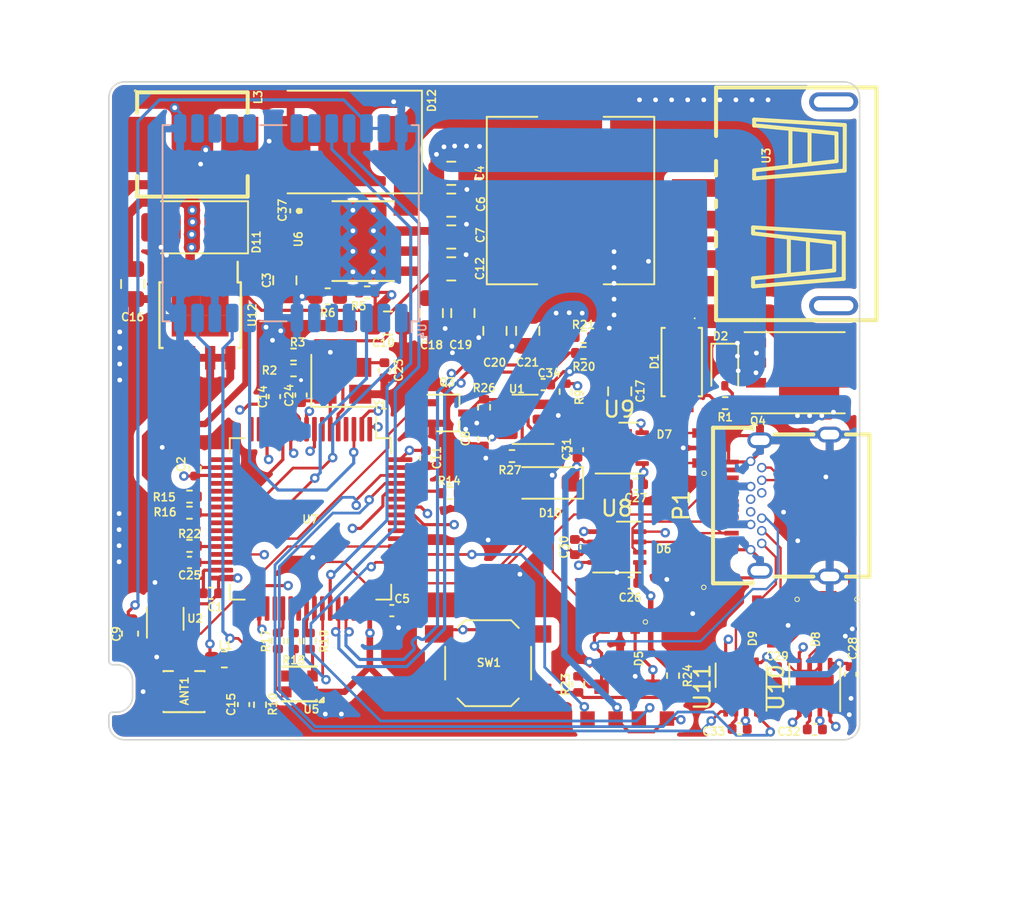
<source format=kicad_pcb>
(kicad_pcb (version 20221018) (generator pcbnew)
  (layers (0 "F.Cu" signal) (1 "In1.Cu" signal) (2 "In2.Cu" signal) (31 "B.Cu" signal) (34 "B.Paste" user) (35 "F.Paste" user) (36 "B.SilkS" user "B.Silkscreen") (37 "F.SilkS" user "F.Silkscreen") (38 "B.Mask" user) (39 "F.Mask" user) (44 "Edge.Cuts" user))
  (net 0 "")
  (net 1 "GND")
  (net 2 "Net-(U4-RF_IN)")
  (net 3 "+5V")
  (net 4 "12V_Protected")
  (net 5 "Net-(C15-Pad1)")
  (net 6 "Net-(U2-OUT)")
  (net 7 "Net-(U7-PH0)")
  (net 8 "Net-(U7-PH1)")
  (net 9 "Net-(U7-VCAP_1)")
  (net 10 "SBU1")
  (net 11 "SBU2")
  (net 12 "CAN0_L")
  (net 13 "CAN0_H")
  (net 14 "CAN1_L")
  (net 15 "CAN1_H")
  (net 16 "CAN2_L")
  (net 17 "CAN2_H")
  (net 18 "CAN3_L")
  (net 19 "CAN3_H")
  (net 20 "Net-(D2-A)")
  (net 21 "BLUE-")
  (net 22 "GREEN-")
  (net 23 "RED-")
  (net 24 "+12V")
  (net 25 "SPI_MOSI")
  (net 26 "SPI_MISO")
  (net 27 "SPI_SCK")
  (net 28 "SPI_NSS")
  (net 29 "UART_RX")
  (net 30 "UART_TX")
  (net 31 "relay_SBU2")
  (net 32 "relay_SBU1")
  (net 33 "USB_LOAD")
  (net 34 "VoltageSens")
  (net 35 "Net-(D11-K)")
  (net 36 "Net-(Q3-C)")
  (net 37 "GPS_LOAD")
  (net 38 "GPS_BOOT")
  (net 39 "Net-(U1-FLG)")
  (net 40 "GPS_TIMEPULSE")
  (net 41 "Net-(U4-VCC_RF)")
  (net 42 "Net-(U7-BOOT0)")
  (net 43 "Net-(U7-PC4)")
  (net 44 "GPS_RESET")
  (net 45 "Net-(U7-PC6)")
  (net 46 "Net-(U7-PC7)")
  (net 47 "Net-(U7-PC9)")
  (net 48 "USB_R_D-")
  (net 49 "USB_R_D+")
  (net 50 "Net-(U7-PB2)")
  (net 51 "GPS_TX")
  (net 52 "GPS_RX")
  (net 53 "USB_D-")
  (net 54 "USB_D+")
  (net 55 "CAN2_EN")
  (net 56 "Net-(U1-ISET)")
  (net 58 "CAN3_EN")
  (net 59 "CAN1_EN")
  (net 61 "CAN0_EN")
  (net 62 "CAN0_RX")
  (net 63 "CAN0_TX")
  (net 67 "CAN1_RX")
  (net 70 "CAN1_TX")
  (net 74 "CAN2_RX")
  (net 75 "CAN2_TX")
  (net 77 "CAN3_RX")
  (net 78 "CAN3_TX")
  (net 80 "USB_PWR")
  (net 87 "+3V3")
  (net 95 "Net-(U6-BOOT)")
  (net 96 "L4")
  (net 97 "VSENSE")
  (footprint "Capacitor_SMD:C_0402_1005Metric" (layer "F.Cu") (at 102.445 51.985 90)
    (fp_text reference "C14")
    (fp_text value "100NF")
  )
  (footprint "Button_Switch_SMD:SW_SPST_SKQG_WithStem" (layer "F.Cu") (at 115.97 68.86)
    (fp_text reference "SW1")
    (fp_text value "SW_Push")
  )
  (footprint "Diode_SMD:D_SMC" (layer "F.Cu") (at 106.87 35.87 180)
    (fp_text reference "D12")
    (fp_text value "SM540C")
  )
  (footprint "Resistor_SMD:R_0402_1005Metric" (layer "F.Cu") (at 117.48 55.75)
    (fp_text reference "R27")
    (fp_text value "2.4K")
  )
  (footprint "BlackPanda:SOT95P230X110-3N" (layer "F.Cu") (at 128.24 55.24 180)
    (fp_text reference "D7")
    (fp_text value "PESD2CAN,215")
  )
  (footprint "Capacitor_SMD:C_0805_2012Metric" (layer "F.Cu") (at 109.63 47.33 180)
    (fp_text reference "C10")
    (fp_text value "47uF")
  )
  (footprint "Resistor_SMD:R_0402_1005Metric" (layer "F.Cu") (at 121.675 70.2 90)
    (fp_text reference "R23")
    (fp_text value "10K")
  )
  (footprint "Resistor_SMD:R_0402_1005Metric" (layer "F.Cu") (at 127.675 69.65 -90)
    (fp_text reference "R24")
    (fp_text value "10K")
  )
  (footprint "Resistor_SMD:R_0402_1005Metric" (layer "F.Cu") (at 108.31 45.39)
    (fp_text reference "R5")
    (fp_text value "10K (1%)")
  )
  (footprint "Package_SO:Diodes_PSOP-8" (layer "F.Cu") (at 97.74 46.83 -90)
    (fp_text reference "U12")
    (fp_text value "XL1509-3.3")
  )
  (footprint "Resistor_SMD:R_0402_1005Metric" (layer "F.Cu") (at 103.65 50.325 180)
    (fp_text reference "R2")
    (fp_text value "1K")
  )
  (footprint "Capacitor_SMD:C_0402_1005Metric" (layer "F.Cu") (at 103.8 40.225 90)
    (fp_text reference "C37")
    (fp_text value "10nF (LOW ESR)")
  )
  (footprint "Capacitor_SMD:C_0402_1005Metric" (layer "F.Cu") (at 97.065 62.485 180)
    (fp_text reference "C25")
    (fp_text value "4.7uF")
  )
  (footprint "Diode_SMD:D_SOD-323" (layer "F.Cu") (at 130.95 50.25 -90)
    (fp_text reference "D2")
    (fp_text value "BAS40WS 43 ")
  )
  (footprint "Resistor_SMD:R_0402_1005Metric" (layer "F.Cu") (at 97.065 59.335)
    (fp_text reference "R16")
    (fp_text value "10K")
  )
  (footprint "Capacitor_SMD:C_0402_1005Metric" (layer "F.Cu") (at 138.9125 69.562 -90)
    (fp_text reference "C28")
    (fp_text value "100NF")
  )
  (footprint "Package_SON:HVSON-8-1EP_3x3mm_P0.65mm_EP1.6x2.4mm" (layer "F.Cu") (at 124.27 55.245)
    (fp_text reference "U9")
    (fp_text value "TJA1042TK-3")
  )
  (footprint "BlackPanda:U.FL-R-SMT-1" (layer "F.Cu") (at 96.72 70.66 180)
    (fp_text reference "ANT1")
    (fp_text value "U.FL-R-SMT-1")
  )
  (footprint "Resistor_SMD:R_0402_1005Metric" (layer "F.Cu") (at 104.68 67.46 90)
    (fp_text reference "R19")
    (fp_text value "100R")
  )
  (footprint "Capacitor_SMD:C_0402_1005Metric" (layer "F.Cu") (at 109.405 50.32 -90)
    (fp_text reference "C23")
    (fp_text value "10pF")
  )
  (footprint "Capacitor_SMD:C_0402_1005Metric" (layer "F.Cu") (at 125.33 57.535 180)
    (fp_text reference "C27")
    (fp_text value "100NF")
  )
  (footprint "Resistor_SMD:R_0402_1005Metric" (layer "F.Cu") (at 120.875 51.675 -90)
    (fp_text reference "R9")
    (fp_text value "10K")
  )
  (footprint "Package_TO_SOT_SMD:SOT-23-6" (layer "F.Cu") (at 118.3125 53.425 180)
    (fp_text reference "U1")
    (fp_text value "AP22615AWU-7")
  )
  (footprint "Capacitor_SMD:C_0805_2012Metric" (layer "F.Cu") (at 112.37 46.7 90)
    (fp_text reference "C18")
    (fp_text value "47uF")
  )
  (footprint "Capacitor_SMD:C_0402_1005Metric" (layer "F.Cu") (at 112.025 55.885 -90)
    (fp_text reference "C11")
    (fp_text value "100NF")
  )
  (footprint "Package_SON:HVSON-8-1EP_3x3mm_P0.65mm_EP1.6x2.4mm" (layer "F.Cu") (at 124.1175 61.51)
    (fp_text reference "U8")
    (fp_text value "TJA1042TK-3")
  )
  (footprint "Capacitor_SMD:C_0402_1005Metric" (layer "F.Cu") (at 134.2525 69.552 -90)
    (fp_text reference "C29")
    (fp_text value "100NF")
  )
  (footprint "Capacitor_SMD:C_0402_1005Metric" (layer "F.Cu") (at 104.125 51.885 90)
    (fp_text reference "C24")
    (fp_text value "10pF")
  )
  (footprint "Resistor_SMD:R_0402_1005Metric" (layer "F.Cu") (at 103.67 67.46 90)
    (fp_text reference "R18")
    (fp_text value "110R")
  )
  (footprint "Capacitor_SMD:C_0805_2012Metric" (layer "F.Cu") (at 116.4 47.825 90)
    (fp_text reference "C20")
    (fp_text value "47uF")
  )
  (footprint "Diode_SMD:D_SMA" (layer "F.Cu") (at 97.26 41.27 180)
    (fp_text reference "D11")
    (fp_text value "B320AE-13")
  )
  (footprint "Capacitor_SMD:C_0402_1005Metric" (layer "F.Cu") (at 121.46 61.51 -90)
    (fp_text reference "C30")
    (fp_text value "100NF")
  )
  (footprint "BlackPanda:SOT95P230X110-3N" (layer "F.Cu") (at 133.93 66.22 -90)
    (fp_text reference "D9")
    (fp_text value "PESD2CAN,215")
  )
  (footprint "BlackPanda:SOT23-3" (layer "F.Cu") (at 123.15 71.35 180)
    (fp_text reference "Q1")
    (fp_text value "DDTA143ECA-7-F P08")
  )
  (footprint "Package_TO_SOT_SMD:SOT-363_SC-70-6" (layer "F.Cu") (at 95.53 66.05 90)
    (fp_text reference "U2")
    (fp_text value "SiP32431DR3")
  )
  (footprint "Capacitor_SMD:C_0402_1005Metric" (layer "F.Cu") (at 136.6525 73.052)
    (fp_text reference "C32")
    (fp_text value "100NF")
  )
  (footprint "Capacitor_SMD:C_0805_2012Metric" (layer "F.Cu") (at 118.475 47.825 90)
    (fp_text reference "C21")
    (fp_text value "47uF")
  )
  (footprint "BlackPanda:SOT95P230X110-3N" (layer "F.Cu") (at 124.325 67.65 -90)
    (fp_text reference "D5")
    (fp_text value "PESD2CAN,215")
  )
  (footprint "Inductor_SMD:L_0603_1608Metric" (layer "F.Cu") (at 99.27 68.62 180)
    (fp_text reference "L1")
    (fp_text value "27nH")
  )
  (footprint "Resistor_SMD:R_0402_1005Metric" (layer "F.Cu") (at 102.66 67.45 90)
    (fp_text reference "R17")
    (fp_text value "180R")
  )
  (footprint "BlackPanda:SOT95P230X110-3N" (layer "F.Cu") (at 128.22 62.46 180)
    (fp_text reference "D6")
    (fp_text value "PESD2CAN,215")
  )
  (footprint "BlackPanda:SOT23-3" (layer "F.Cu") (at 126.4 71.35 180)
    (fp_text reference "Q2")
    (fp_text value "DDTA143ECA-7-F P08")
  )
  (footprint "Capacitor_SMD:C_0805_2012Metric" (layer "F.Cu") (at 113.635 43.9)
    (fp_text reference "C12")
    (fp_text value "2.2uF")
  )
  (footprint "Capacitor_SMD:C_0805_2012Metric" (layer "F.Cu") (at 114.37 46.7 90)
    (fp_text reference "C19")
    (fp_text value "47uF")
  )
  (footprint "Resistor_SMD:R_0402_1005Metric" (layer "F.Cu") (at 122 48.205 180)
    (fp_text reference "R21")
    (fp_text value "22R")
  )
  (footprint "BlackPanda:L_10.5x11.5_H4.0" (layer "F.Cu") (at 121.185 39.575 -90)
    (fp_text reference "L4" hide)
    (fp_text value "15uH")
  )
  (footprint "Capacitor_SMD:C_0402_1005Metric" (layer "F.Cu") (at 100.49 71.48 -90)
    (fp_text reference "C15")
    (fp_text value "10NF")
  )
  (footprint "Capacitor_SMD:C_0603_1608Metric" (layer "F.Cu") (at 93.3 66.99 -90)
    (fp_text reference "C9")
    (fp_text value "100nF")
  )
  (footprint "BlackPanda:SOT95P230X110-3N" (layer "F.Cu") (at 137.71 66.22 -90)
    (fp_text reference "D8")
    (fp_text value "PESD2CAN,215")
  )
  (footprint "BlackPanda:CONV_TPS5450DDAR" (layer "F.Cu") (at 108.06 42.14)
    (fp_text reference "U6")
    (fp_text value "TPS5450DDAR")
  )
  (footprint "Capacitor_SMD:C_0805_2012Metric" (layer "F.Cu") (at 124.3 51.65 90)
    (fp_text reference "C17")
    (fp_text value "47uF")
  )
  (footprint "Package_QFP:LQFP-64_10x10mm_P0.5mm" (layer "F.Cu") (at 104.725 59.725 -90)
    (fp_text reference "U7")
    (fp_text value "STM32F413RGTx")
  )
  (footprint "Capacitor_SMD:C_0805_2012Metric" (layer "F.Cu") (at 103.1 44.625 -90)
    (fp_text reference "C3")
    (fp_text value "47uF")
  )
  (footprint "Capacitor_SMD:C_0402_1005Metric" (layer "F.Cu") (at 98.425 64.435 180)
    (fp_text reference "C1")
    (fp_text value "100NF")
  )
  (footprint "BlackPanda:LED-ARRAY-SMD_4P-L2.2-W2.1-BR" (layer "F.Cu") (at 104.025 70.175)
    (fp_text reference "U5")
    (fp_text value "FM-B1921RGBA-SH")
  )
  (footprint "BlackPanda:IND-SMD_L7.3-W6.8" (layer "F.Cu") (at 97.25 36.025 180)
    (fp_text reference "L3")
    (fp_text value "47uH 2A - SMMS0650-470M")
  )
  (footprint "Diode_SMD:D_SOD-123F" (layer "F.Cu") (at 119.775 57.45 180)
    (fp_text reference "D10")
    (fp_text value "BAS70H 115")
  )
  (footprint "Capacitor_SMD:C_0402_1005Metric" (layer "F.Cu") (at 121.625 55.35 -90)
    (fp_text reference "C31")
    (fp_text value "100NF")
  )
  (footprint "Package_TO_SOT_SMD:SOT-323_SC-70" (layer "F.Cu") (at 113.425 53.025)
    (fp_text reference "Q3")
    (fp_text value "PDTC114EU")
  )
  (footprint "Package_SO:PowerPAK_SO-8_Single" (layer "F.Cu") (at 135.6 50.475)
    (fp_text reference "Q4")
    (fp_text value "HY12P03C2")
  )
  (footprint "Capacitor_SMD:C_0805_2012Metric" (layer "F.Cu") (at 113.635 37.85)
    (fp_text reference "C4")
    (fp_text value "2.2uF")
  )
  (footprint "Package_SON:HVSON-8-1EP_3x3mm_P0.65mm_EP1.6x2.4mm" (layer "F.Cu") (at 136.645 70.4 90)
    (fp_text reference "U10")
    (fp_text value "TJA1042TK-3")
  )
  (footprint "Capacitor_SMD:C_0805_2012Metric" (layer "F.Cu") (at 93.47 44.86 -90)
    (fp_text reference "C16")
    (fp_text value "47uF")
  )
  (footprint "Capacitor_SMD:C_0402_1005Metric" (layer "F.Cu") (at 115.7025 54.635 90)
    (fp_text reference "C8")
    (fp_text value "10uF")
  )
  (footprint "Capacitor_SMD:C_0603_1608Metric" (layer "F.Cu") (at 105.81 45.64)
    (fp_text reference "R6")
    (fp_text value "3.16K (1%)")
  )
  (footprint "Package_SON:HVSON-8-1EP_3x3mm_P0.65mm_EP1.6x2.4mm" (layer "F.Cu") (at 131.98 70.372 90)
    (fp_text reference "U11")
    (fp_text value "TJA1042TK-3")
  )
  (footprint "Resistor_SMD:R_0402_1005Metric" (layer "F.Cu") (at 97.065 58.315 180)
    (fp_text reference "R15")
    (fp_text value "10K")
  )
  (footprint "BlackPanda:DIOM4325X250N" (layer "F.Cu") (at 128.225 49.8 90)
    (fp_text reference "D1")
    (fp_text value "SMAJ16CA-13-F")
  )
  (footprint "Resistor_SMD:R_0402_1005Metric" (layer "F.Cu") (at 97.065 61.435 180)
    (fp_text reference "R22")
    (fp_text value "10K")
  )
  (footprint "Resistor_SMD:R_0402_1005Metric" (layer "F.Cu") (at 122 49.225)
    (fp_text reference "R20")
    (fp_text value "22R")
  )
  (footprint "Capacitor_SMD:C_0402_1005Metric" (layer "F.Cu") (at 97.425 56.535 90)
    (fp_text reference "C2")
    (fp_text value "100NF")
  )
  (footprint "Capacitor_SMD:C_0402_1005Metric" (layer "F.Cu") (at 109.875 65.535)
    (fp_text reference "C5")
    (fp_text value "100NF")
  )
  (footprint "Capacitor_SMD:C_0402_1005Metric" (layer "F.Cu") (at 124.96 63.78 180)
    (fp_text reference "C26")
    (fp_text value "100NF")
  )
  (footprint "BlackPanda:USB-A-TH_10.0QHHTZB6.3" (layer "F.Cu") (at 133.445029 39.779911 90)
    (fp_text reference "U3")
    (fp_text value "10_0_QHHTZB6_3")
  )
  (footprint "Capacitor_SMD:C_0402_1005Metric" (layer "F.Cu") (at 131.8925 73.022)
    (fp_text reference "C33")
    (fp_text value "100NF")
  )
  (footprint "Resistor_SMD:R_0402_1005Metric" (layer "F.Cu") (at 101.53 71.49 -90)
    (fp_text reference "R10")
    (fp_text value "10R")
  )
  (footprint "Resistor_SMD:R_0402_1005Metric" (layer "F.Cu") (at 113.56 58.1)
    (fp_text reference "R14")
    (fp_text value "10K")
  )
  (footprint "Resistor_SMD:R_0402_1005Metric" (layer "F.Cu") (at 103.65 49.325)
    (fp_text reference "R3")
    (fp_text value "10K")
  )
  (footprint "Resistor_SMD:R_0402_1005Metric" (layer "F.Cu") (at 115.7125 52.665 -90)
    (fp_text reference "R26")
    (fp_text value "10K")
  )
  (footprint "Resistor_SMD:R_0402_1005Metric" (layer "F.Cu") (at 130.975 52.4)
    (fp_text reference "R1")
    (fp_text value "1K")
  )
  (footprint "Crystal:Crystal_SMD_3225-4Pin_3.2x2.5mm" (layer "F.Cu") (at 106.775 50.985)
    (fp_text reference "Y1")
    (fp_text value "X322516MLB4SI")
  )
  (footprint "BlackPanda:USB-C-SMD_TYPE-C-USB-20" (layer "F.Cu") (at 134.484971 58.879967 90)
    (fp_text reference "P1")
    (fp_text value "TYPE-C-31-M-04")
  )
  (footprint "Capacitor_SMD:C_0402_1005Metric" (layer "F.Cu") (at 119.45 51.225 180)
    (fp_text reference "C34")
    (fp_text value "0.1uF")
  )
  (footprint "Capacitor_SMD:C_0805_2012Metric" (layer "F.Cu") (at 113.635 41.883332)
    (fp_text reference "C7")
    (fp_text value "2.2uF")
  )
  (footprint "Capacitor_SMD:C_0805_2012Metric" (layer "F.Cu") (at 113.635 39.866666)
    (fp_text reference "C6")
    (fp_text value "2.2uF")
  )
  (footprint "RF_GPS:ublox_NEO" (layer "B.Cu") (at 103.47 41.01 90)
    (fp_text reference "U4")
    (fp_text value "NEO-M8M")
  )
  (gr_poly (pts (xy 138.534585 32.061229) (xy 138.583836 32.064893) (xy 138.632668 32.070959) (xy 138.680999 32.079392) (xy 138.728748 32.090159) (xy 138.775833 32.103225) (xy 138.822171 32.118557) (xy 138.867681 32.136121) (xy 138.912281 32.155882) (xy 138.955888 32.177806) (xy 138.998421 32.201861) (xy 139.039798 32.228012) (xy 139.079937 32.256224) (xy 139.118756 32.286464) (xy 139.156173 32.318698) (xy 139.192105 32.352892) (xy 139.226299 32.388825) (xy 139.258533 32.426241) (xy 139.288774 32.46506) (xy 139.316986 32.505198) (xy 139.343136 32.546575) (xy 139.367191 32.589108) (xy 139.389116 32.632716) (xy 139.408877 32.677315) (xy 139.42644 32.722825) (xy 139.441772 32.769164) (xy 139.454839 32.816249) (xy 139.465605 32.863998) (xy 139.474039 32.91233) (xy 139.480104 32.961162) (xy 139.483769 33.010413) (xy 139.484998 33.06) (xy 139.484998 72.710002) (xy 139.483769 72.759588) (xy 139.480104 72.808838) (xy 139.474039 72.85767) (xy 139.465605 72.906001) (xy 139.454839 72.953749) (xy 139.441772 73.000834) (xy 139.42644 73.047172) (xy 139.408877 73.092682) (xy 139.389116 73.137282) (xy 139.367191 73.180889) (xy 139.343136 73.223423) (xy 139.316986 73.2648) (xy 139.288774 73.304939) (xy 139.258533 73.343758) (xy 139.226299 73.381176) (xy 139.192105 73.417109) (xy 139.156173 73.451304) (xy 139.118756 73.483538) (xy 139.079937 73.513779) (xy 139.039798 73.541991) (xy 138.998421 73.568142) (xy 138.955888 73.592196) (xy 138.912281 73.614121) (xy 138.867681 73.633882) (xy 138.822171 73.651445) (xy 138.775833 73.666777) (xy 138.728748 73.679843) (xy 138.680999 73.69061) (xy 138.632668 73.699043) (xy 138.583836 73.705108) (xy 138.534585 73.708773) (xy 138.484998 73.710002) (xy 92.960001 73.710002) (xy 92.910414 73.708773) (xy 92.861163 73.705108) (xy 92.812331 73.699042) (xy 92.764 73.690609) (xy 92.716251 73.679842) (xy 92.669166 73.666776) (xy 92.622827 73.651444) (xy 92.577317 73.633881) (xy 92.532717 73.614119) (xy 92.48911 73.592195) (xy 92.446577 73.56814) (xy 92.4052 73.54199) (xy 92.365061 73.513777) (xy 92.326242 73.483537) (xy 92.288825 73.451303) (xy 92.252892 73.417109) (xy 92.218698 73.381176) (xy 92.186463 73.34376) (xy 92.156223 73.304941) (xy 92.128011 73.264802) (xy 92.10186 73.223425) (xy 92.077805 73.180892) (xy 92.055881 73.137284) (xy 92.03612 73.092685) (xy 92.018556 73.047175) (xy 92.003225 73.000837) (xy 91.990159 72.953752) (xy 91.979392 72.906003) (xy 91.970959 72.857671) (xy 91.964893 72.808839) (xy 91.961229 72.759589) (xy 91.96 72.710002) (xy 91.96 72.210002) (xy 91.960307 72.197605) (xy 91.961223 72.185292) (xy 91.96274 72.173084) (xy 91.964848 72.161001) (xy 91.96754 72.149064) (xy 91.970806 72.137293) (xy 91.974639 72.125708) (xy 91.97903 72.11433) (xy 91.98397 72.10318) (xy 91.989451 72.092278) (xy 91.995465 72.081645) (xy 92.002002 72.071301) (xy 92.009056 72.061266) (xy 92.016616 72.051561) (xy 92.024674 72.042208) (xy 92.033223 72.033225) (xy 92.042206 72.024676) (xy 92.051561 72.016618) (xy 92.061265 72.009058) (xy 92.0713 72.002005) (xy 92.081645 71.995467) (xy 92.092278 71.989454) (xy 92.10318 71.983972) (xy 92.11433 71.979032) (xy 92.125707 71.974641) (xy 92.137292 71.970808) (xy 92.149063 71.967542) (xy 92.161001 71.96485) (xy 92.173083 71.962741) (xy 92.185291 71.961225) (xy 92.197604 71.960309) (xy 92.210001 71.960002) (xy 92.459999 71.960002) (xy 92.509587 71.958773) (xy 92.558837 71.955108) (xy 92.607669 71.949043) (xy 92.656001 71.94061) (xy 92.70375 71.929843) (xy 92.750835 71.916777) (xy 92.797174 71.901445) (xy 92.842684 71.883882) (xy 92.887283 71.864121) (xy 92.930891 71.842196) (xy 92.973424 71.818142) (xy 93.014801 71.791991) (xy 93.05494 71.763779) (xy 93.093759 71.733538) (xy 93.131176 71.701304) (xy 93.167108 71.667109) (xy 93.201303 71.631176) (xy 93.233537 71.59376) (xy 93.263778 71.554941) (xy 93.29199 71.514802) (xy 93.318141 71.473425) (xy 93.342195 71.430892) (xy 93.36412 71.387284) (xy 93.383881 71.342684) (xy 93.401445 71.297174) (xy 93.416776 71.250836) (xy 93.429842 71.203751) (xy 93.440609 71.156001) (xy 93.449042 71.107669) (xy 93.455108 71.058837) (xy 93.458772 71.009586) (xy 93.460001 70.959998) (xy 93.460001 69.960002) (xy 93.458772 69.910414) (xy 93.455107 69.861163) (xy 93.449042 69.81233) (xy 93.440609 69.763998) (xy 93.429842 69.716249) (xy 93.416776 69.669164) (xy 93.401444 69.622825) (xy 93.38388 69.577315) (xy 93.364119 69.532716) (xy 93.342194 69.489109) (xy 93.31814 69.446576) (xy 93.291989 69.405199) (xy 93.263777 69.36506) (xy 93.233537 69.326242) (xy 93.201303 69.288826) (xy 93.167108 69.252894) (xy 93.131176 69.218699) (xy 93.09376 69.186465) (xy 93.054941 69.156224) (xy 93.014803 69.128012) (xy 92.973426 69.101861) (xy 92.930893 69.077807) (xy 92.887285 69.055882) (xy 92.842685 69.036121) (xy 92.797175 69.018558) (xy 92.750837 69.003226) (xy 92.703752 68.99016) (xy 92.656002 68.979393) (xy 92.607671 68.97096) (xy 92.558838 68.964895) (xy 92.509587 68.96123) (xy 92.459999 68.960002) (xy 92.210001 68.960002) (xy 92.197604 68.959694) (xy 92.185292 68.958778) (xy 92.173084 68.957262) (xy 92.161001 68.955153) (xy 92.149064 68.952462) (xy 92.137293 68.949195) (xy 92.125708 68.945362) (xy 92.114331 68.940971) (xy 92.103181 68.936031) (xy 92.09228 68.930549) (xy 92.081646 68.924536) (xy 92.071302 68.917998) (xy 92.061268 68.910945) (xy 92.051563 68.903385) (xy 92.042209 68.895327) (xy 92.033225 68.886778) (xy 92.024677 68.877795) (xy 92.016618 68.86844) (xy 92.009058 68.858736) (xy 92.002004 68.848701) (xy 91.995467 68.838356) (xy 91.989453 68.827723) (xy 91.983971 68.816821) (xy 91.979031 68.805671) (xy 91.97464 68.794294) (xy 91.970807 68.782709) (xy 91.96754 68.770938) (xy 91.964848 68.759001) (xy 91.96274 68.746918) (xy 91.961223 68.734711) (xy 91.960307 68.722398) (xy 91.96 68.710002) (xy 91.96 33.06) (xy 91.961229 33.010413) (xy 91.964893 32.961163) (xy 91.970959 32.912331) (xy 91.979392 32.863999) (xy 91.990159 32.81625) (xy 92.003225 32.769165) (xy 92.018557 32.722827) (xy 92.036121 32.677317) (xy 92.055882 32.632717) (xy 92.077806 32.58911) (xy 92.101861 32.546577) (xy 92.128012 32.5052) (xy 92.156224 32.465061) (xy 92.186464 32.426242) (xy 92.218698 32.388825) (xy 92.252892 32.352892) (xy 92.288825 32.318698) (xy 92.326241 32.286463) (xy 92.36506 32.256223) (xy 92.405198 32.228011) (xy 92.446575 32.20186) (xy 92.489108 32.177805) (xy 92.532716 32.155881) (xy 92.577315 32.13612) (xy 92.622826 32.118556) (xy 92.669164 32.103225) (xy 92.716249 32.090159) (xy 92.763998 32.079392) (xy 92.81233 32.070959) (xy 92.861163 32.064893) (xy 92.910414 32.061229) (xy 92.960001 32.06) (xy 138.484998 32.06)) (stroke (width 0.1)) (fill none) (layer "Edge.Cuts"))
  (segment (start 97.945 63.39) (end 97.945 63.045) (width 0.2) (layer "F.Cu") (net 1))
  (segment (start 96.195 56.055) (end 97.425 56.055) (width 0.2) (layer "F.Cu") (net 1))
  (segment (start 134.6205 70.4) (end 136.645 70.4) (width 0.2) (layer "F.Cu") (net 1))
  (segment (start 95.26 42.68) (end 95.61 43.03) (width 0.6) (layer "F.Cu") (net 1))
  (segment (start 98.015 62.975) (end 97.945 63.045) (width 0.2) (layer "F.Cu") (net 1))
  (segment (start 105.675 50.135) (end 104.35 50.135) (width 0.2) (layer "F.Cu") (net 1))
  (segment (start 101.16 57.01) (end 101.45 57.3) (width 0.2) (layer "F.Cu") (net 1))
  (segment (start 124.1175 63.4175) (end 124.48 63.78) (width 0.2) (layer "F.Cu") (net 1))
  (segment (start 109.17 64.35) (end 108.19 64.35) (width 0.2) (layer "F.Cu") (net 1))
  (segment (start 117.45 48.775) (end 116.4 48.775) (width 0.8) (layer "F.Cu") (net 1))
  (segment (start 131.190013 54.894174) (end 131.190013 56.082513) (width 0.2) (layer "F.Cu") (net 1))
  (segment (start 105.98 49.18) (end 105.98 49.83) (width 0.2) (layer "F.Cu") (net 1))
  (segment (start 136.32 70.725) (end 136.32 71.95) (width 0.2) (layer "F.Cu") (net 1))
  (segment (start 114.6 41.075) (end 114.585 41.09) (width 0.75) (layer "F.Cu") (net 1))
  (segment (start 104.19 45.64) (end 105.035 45.64) (width 0.4) (layer "F.Cu") (net 1))
  (segment (start 95.53 68.06) (end 95.53 67) (width 0.2) (layer "F.Cu") (net 1))
  (segment (start 134.2525 70.032) (end 133.9125 70.372) (width 0.2) (layer "F.Cu") (net 1))
  (segment (start 136.32 72.505) (end 136.32 71.95) (width 0.2) (layer "F.Cu") (net 1))
  (segment (start 102.975 55.975) (end 102.975 54.05) (width 0.2) (layer "F.Cu") (net 1))
  (segment (start 114.775 47.65) (end 114.37 47.65) (width 0.8) (layer "F.Cu") (net 1))
  (segment (start 138.36 67.37) (end 137.71 67.37) (width 0.2) (layer "F.Cu") (net 1))
  (segment (start 116.4 48.775) (end 115.9 48.775) (width 0.8) (layer "F.Cu") (net 1))
  (segment (start 131.330412 61.679815) (end 132.59 61.679815) (width 0.2) (layer "F.Cu") (net 1))
  (segment (start 134.06 67.37) (end 134.96 66.47) (width 0.2) (layer "F.Cu") (net 1))
  (segment (start 125.84 43.7) (end 126.12 43.42) (width 0.2) (layer "F.Cu") (net 1))
  (segment (start 112.37 47.65) (end 113.225 47.65) (width 0.8) (layer "F.Cu") (net 1))
  (segment (start 130.465 52.4) (end 129.98 51.915) (width 0.2) (layer "F.Cu") (net 1))
  (segment (start 121.13 50.4) (end 122.39 50.4) (width 0.2) (layer "F.Cu") (net 1))
  (segment (start 110.4 56.475) (end 111.915 56.475) (width 0.2) (layer "F.Cu") (net 1))
  (segment (start 124.47 49.64) (end 125.84 48.27) (width 0.2) (layer "F.Cu") (net 1))
  (segment (start 121.91 61.03) (end 122.065 61.185) (width 0.2) (layer "F.Cu") (net 1))
  (segment (start 133.180043 63.010015) (end 132.730058 63.46) (width 0.2) (layer "F.Cu") (net 1))
  (segment (start 128.305 55.245) (end 127.095 55.245) (width 0.2) (layer "F.Cu") (net 1))
  (segment (start 121.12 50.39) (end 120.99 50.39) (width 0.2) (layer "F.Cu") (net 1))
  (segment (start 101.16 56.19) (end 101.16 57.01) (width 0.2) (layer "F.Cu") (net 1))
  (segment (start 131.629353 54.454834) (end 131.190013 54.894174) (width 0.2) (layer "F.Cu") (net 1))
  (segment (start 131.784507 63.46) (end 131.190013 62.865506) (width 0.2) (layer "F.Cu") (net 1))
  (segment (start 104.125 50.945) (end 104.125 50.36) (width 0.2) (layer "F.Cu") (net 1))
  (segment (start 115.7025 55.7585) (end 115.7025 55.115) (width 0.2) (layer "F.Cu") (net 1))
  (segment (start 104.19 45.64) (end 103.165 45.64) (width 0.4) (layer "F.Cu") (net 1))
  (segment (start 95.61 43.03) (end 95.835 43.255) (width 0.6) (layer "F.Cu") (net 1))
  (segment (start 125.84 48.27) (end 125.84 43.7) (width 0.2) (layer "F.Cu") (net 1))
  (segment (start 134.2525 70.032) (end 134.6205 70.4) (width 0.2) (layer "F.Cu") (net 1))
  (segment (start 136.1725 73.052) (end 136.1725 72.6525) (width 0.2) (layer "F.Cu") (net 1))
  (segment (start 95.34 55.2) (end 96.195 56.055) (width 0.2) (layer "F.Cu") (net 1))
  (segment (start 95.53 64.4) (end 95.53 65.1) (width 0.2) (layer "F.Cu") (net 1))
  (segment (start 132.599865 56.07) (end 133.180043 55.489822) (width 0.2) (layer "F.Cu") (net 1))
  (segment (start 133.1875 62.277315) (end 133.1875 63) (width 0.2) (layer "F.Cu") (net 1))
  (segment (start 100.49 71.96) (end 99.495 71.96) (width 0.2) (layer "F.Cu") (net 1))
  (segment (start 114.585 39.866666) (end 114.585 41.06) (width 0.75) (layer "F.Cu") (net 1))
  (segment (start 121.13 50.4) (end 120.755 50.4) (width 0.2) (layer "F.Cu") (net 1))
  (segment (start 120.41 53.32) (end 120.305 53.425) (width 0.2) (layer "F.Cu") (net 1))
  (segment (start 95.12 68.47) (end 95.53 68.06) (width 0.2) (layer "F.Cu") (net 1))
  (segment (start 121.46 61.03) (end 121.91 61.03) (width 0.2) (layer "F.Cu") (net 1))
  (segment (start 133.180043 55.489822) (end 133.180043 54.747457) (width 0.2) (layer "F.Cu") (net 1))
  (segment (start 124.27 52.63) (end 124.27 55.245) (width 0.5) (layer "F.Cu") (net 1))
  (segment (start 107.975 64.565) (end 107.975 65.4) (width 0.2) (layer "F.Cu") (net 1))
  (segment (start 136.1725 72.6525) (end 136.32 72.505) (width 0.2) (layer "F.Cu") (net 1))
  (segment (start 99.05 62.975) (end 98.015 62.975) (width 0.2) (layer "F.Cu") (net 1))
  (segment (start 94.99 68.47) (end 94.54 68.92) (width 0.2) (layer "F.Cu") (net 1))
  (segment (start 94.99 68.47) (end 95.12 68.47) (width 0.2) (layer "F.Cu") (net 1))
  (segment (start 93.5 68.92) (end 93.3 68.72) (width 0.2) (layer "F.Cu") (net 1))
  (segment (start 114.575 43) (end 114.585 42.99) (width 0.75) (layer "F.Cu") (net 1))
  (segment (start 138.9125 70.042) (end 138.5545 70.4) (width 0.2) (layer "F.Cu") (net 1))
  (segment (start 99.05 56.475) (end 97.845 56.475) (width 0.2) (layer "F.Cu") (net 1))
  (segment (start 94.13 70.66) (end 95.245 70.66) (width 0.2) (layer "F.Cu") (net 1))
  (segment (start 132.884958 54.454834) (end 131.629353 54.454834) (width 0.2) (layer "F.Cu") (net 1))
  (segment (start 113.25 47.675) (end 113.275 47.65) (width 0.8) (layer "F.Cu") (net 1))
  (segment (start 122.72 54.92) (end 121.675 54.92) (width 0.2) (layer "F.Cu") (net 1))
  (segment (start 114.585 42.99) (end 114.585 41.883332) (width 0.75) (layer "F.Cu") (net 1))
  (segment (start 94.54 68.92) (end 93.5 68.92) (width 0.2) (layer "F.Cu") (net 1))
  (segment (start 117.5 48.775) (end 117.475 48.8) (width 0.8) (layer "F.Cu") (net 1))
  (segment (start 115.9 48.775) (end 115.375 48.25) (width 0.8) (layer "F.Cu") (net 1))
  (segment (start 110.76 42.775) (end 108.695 42.775) (width 0.5) (layer "F.Cu") (net 1))
  (segment (start 94.88 63.75) (end 95.53 64.4) (width 0.2) (layer "F.Cu") (net 1))
  (segment (start 124.1175 63.1175) (end 124.1175 63.4175) (width 0.2) (layer "F.Cu") (net 1))
  (segment (start 114.585 38.915) (end 114.585 39.866666) (width 0.75) (layer "F.Cu") (net 1))
  (segment (start 104.125 50.945) (end 104.125 51.405) (width 0.2) (layer "F.Cu") (net 1))
  (segment (start 131.190013 62.865506) (end 131.190013 61.820214) (width 0.2) (layer "F.Cu") (net 1))
  (segment (start 96.585 62.485) (end 96.585 61.465) (width 0.2) (layer "F.Cu") (net 1))
  (segment (start 124.1175 63.1175) (end 124.1175 61.51) (width 0.2) (layer "F.Cu") (net 1))
  (segment (start 122.5675 61.185) (end 123.7925 61.185) (width 0.2) (layer "F.Cu") (net 1))
  (segment (start 115.375 48.25) (end 114.775 47.65) (width 0.8) (layer "F.Cu") (net 1))
  (segment (start 97.845 56.475) (end 97.425 56.055) (width 0.2) (layer "F.Cu") (net 1))
  (segment (start 114.585 43.9) (end 114.585 43.01) (width 0.75) (layer "F.Cu") (net 1))
  (segment (start 97.845 63.49) (end 97.945 63.39) (width 0.2) (layer "F.Cu") (net 1))
  (segment (start 131.655 72.445) (end 131.655 71.922) (width 0.2) (layer "F.Cu") (net 1))
  (segment (start 101.65 57.3) (end 102.975 55.975) (width 0.2) (layer "F.Cu") (net 1))
  (segment (start 117.475 48.8) (end 117.45 48.775) (width 0.8) (layer "F.Cu") (net 1))
  (segment (start 114.585 43.01) (end 114.575 43) (width 0.75) (layer "F.Cu") (net 1))
  (segment (start 113.225 47.65) (end 113.25 47.675) (width 0.8) (layer "F.Cu") (net 1))
  (segment (start 115.824 55.88) (end 116.84 55.88) (width 0.2) (layer "F.Cu") (net 1))
  (segment (start 95.835 43.255) (end 95.835 44.13) (width 0.6) (layer "F.Cu") (net 1))
  (segment (start 131.190013 61.820214) (end 131.330412 61.679815) (width 0.2) (layer "F.Cu") (net 1))
  (segment (start 97.425 55.075) (end 97.71 54.79) (width 0.2) (layer "F.Cu") (net 1))
  (segment (start 99.495 71.96) (end 98.195 70.66) (width 0.2) (layer "F.Cu") (net 1))
  (segment (start 133.9125 70.372) (end 131.98 70.372) (width 0.2) (layer "F.Cu") (net 1))
  (segment (start 131.655 71.922) (end 131.655 70.697) (width 0.2) (layer "F.Cu") (net 1))
  (segment (start 108.19 64.35) (end 107.975 64.565) (width 0.2) (layer "F.Cu") (net 1))
  (segment (start 114.585 38.835) (end 114.625 38.875) (width 0.75) (layer "F.Cu") (net 1))
  (segment (start 96.555 59.335) (end 96.555 61.435) (width 0.2) (layer "F.Cu") (net 1))
  (segment (start 124.27 56.955) (end 124.27 55.245) (width 0.2) (layer "F.Cu") (net 1))
  (segment (start 138.5545 70.4) (end 136.645 70.4) (width 0.2) (layer "F.Cu") (net 1))
  (segment (start 95.14 63.49) (end 97.845 63.49) (width 0.2) (layer "F.Cu") (net 1))
  (segment (start 122.065 61.185) (end 122.5675 61.185) (width 0.2) (layer "F.Cu") (net 1))
  (segment (start 122.72 54.92) (end 123.945 54.92) (width 0.2) (layer "F.Cu") (net 1))
  (segment (start 120.755 50.4) (end 119.93 51.225) (width 0.2) (layer "F.Cu") (net 1))
  (segment (start 120.305 53.425) (end 119.45 53.425) (width 0.2) (layer "F.Cu") (net 1))
  (segment (start 131.4125 73.022) (end 131.4125 72.6875) (width 0.2) (layer "F.Cu") (net 1))
  (segment (start 120.0245 56.4705) (end 121.625 54.87) (width 0.2) (layer "F.Cu") (net 1))
  (segment (start 95.26 42.53) (end 95.26 41.27) (width 0.6) (layer "F.Cu") (net 1))
  (segment (start 97.945 63.045) (end 97.945 64.435) (width 0.2) (layer "F.Cu") (net 1))
  (segment (start 122.39 50.4) (end 123.15 49.64) (width 0.2) (layer "F.Cu") (net 1))
  (segment (start 120.41 53.18) (end 120.41 53.32) (width 0.2) (layer "F.Cu") (net 1))
  (segment (start 120.0245 56.96) (end 120.0245 56.4705) (width 0.2) (layer "F.Cu") (net 1))
  (segment (start 124.85 57.535) (end 124.27 56.955) (width 0.2) (layer "F.Cu") (net 1))
  (segment (start 114.585 41.09) (end 114.585 41.883332) (width 0.75) (layer "F.Cu") (net 1))
  (segment (start 95.26 42.53) (end 95.26 42.68) (width 0.6) (layer "F.Cu") (net 1))
  (segment (start 113.275 47.65) (end 114.37 47.65) (width 0.8) (layer "F.Cu") (net 1))
  (segment (start 97.71 54.79) (end 99.76 54.79) (width 0.2) (layer "F.Cu") (net 1))
  (segment (start 94.88 63.75) (end 95.14 63.49) (width 0.2) (layer "F.Cu") (net 1))
  (segment (start 128.32 55.23) (end 128.305 55.245) (width 0.2) (layer "F.Cu") (net 1))
  (segment (start 118.475 48.775) (end 117.5 48.775) (width 0.8) (layer "F.Cu") (net 1))
  (segment (start 131.4125 72.6875) (end 131.655 72.445) (width 0.2) (layer "F.Cu") (net 1))
  (segment (start 132.730058 63.46) (end 131.784507 63.46) (width 0.2) (layer "F.Cu") (net 1))
  (segment (start 121.13 50.4) (end 121.12 50.39) (width 0.2) (layer "F.Cu") (net 1))
  (segment (start 114.585 37.85) (end 114.585 38.835) (width 0.75) (layer "F.Cu") (net 1))
  (segment (start 99.76 54.79) (end 101.16 56.19) (width 0.2) (layer "F.Cu") (net 1))
  (segment (start 123.15 49.64) (end 124.47 49.64) (width 0.2) (layer "F.Cu") (net 1))
  (segment (start 97.425 56.055) (end 97.425 55.075) (width 0.2) (layer "F.Cu") (net 1))
  (segment (start 114.625 38.875) (end 114.585 38.915) (width 0.75) (layer "F.Cu") (net 1))
  (segment (start 93.3 68.72) (end 93.3 67.765) (width 0.2) (layer "F.Cu") (net 1))
  (segment (start 104.35 50.135) (end 104.16 50.325) (width 0.2) (layer "F.Cu") (net 1))
  (segment (start 132.5875 61.677315) (end 133.1875 62.277315) (width 0.2) (layer "F.Cu") (net 1))
  (segment (start 101.45 57.3) (end 101.65 57.3) (width 0.2) (layer "F.Cu") (net 1))
  (segment (start 110.355 65.535) (end 109.17 64.35) (width 0.2) (layer "F.Cu") (net 1))
  (segment (start 129.98 51.915) (end 128.225 51.915) (width 0.2) (layer "F.Cu") (net 1))
  (segment (start 138.58 67.15) (end 138.36 67.37) (width 0.2) (layer "F.Cu") (net 1))
  (segment (start 114.585 41.06) (end 114.6 41.075) (width 0.75) (layer "F.Cu") (net 1))
  (segment (start 131.2275 56.12) (end 132.5375 56.12) (width 0.2) (layer "F.Cu") (net 1))
  (segment (start 115.824 55.88) (end 115.7025 55.7585) (width 0.2) (layer "F.Cu") (net 1))
  (via (at 114.575 43) (size 0.6) (drill 0.3) (layers "F.Cu" "B.Cu") (net 1))
  (via (at 133.69 33.2) (size 0.6) (drill 0.3) (layers "F.Cu" "B.Cu") (net 1))
  (via (at 92.61 61.4225) (size 0.6) (drill 0.3) (layers "F.Cu" "B.Cu") (net 1))
  (via (at 125.28 69.69) (size 0.6) (drill 0.3) (layers "F.Cu" "B.Cu") (net 1))
  (via (at 102.108 35.814) (size 0.6) (drill 0.3) (layers "F.Cu" "B.Cu") (net 1))
  (via (at 109.99 33.32) (size 0.6) (drill 0.3) (layers "F.Cu" "B.Cu") (net 1))
  (via (at 139.02 66.69) (size 0.6) (drill 0.3) (layers "F.Cu" "B.Cu") (net 1))
  (via (at 122.37 68.78) (size 0.6) (drill 0.3) (layers "F.Cu" "B.Cu") (net 1))
  (via (at 135.57 61.11) (size 0.6) (drill 0.3) (layers "F.Cu" "B.Cu") (net 1))
  (via (at 104.19 45.64) (size 0.6) (drill 0.3) (layers "F.Cu" "B.Cu") (net 1))
  (via (at 92.65 48.905) (size 0.6) (drill 0.3) (layers "F.Cu" "B.Cu") (net 1))
  (via (at 114.6 41.075) (size 0.6) (drill 0.3) (layers "F.Cu" "B.Cu") (net 1))
  (via (at 134.67 59.3) (size 0.6) (drill 0.3) (layers "F.Cu" "B.Cu") (net 1))
  (via (at 123.94 46.82) (size 0.6) (drill 0.3) (layers "F.Cu" "B.Cu") (net 1))
  (via (at 92.61 59.3875) (size 0.6) (drill 0.3) (layers "F.Cu" "B.Cu") (net 1))
  (via (at 113.25 47.675) (size 0.6) (drill 0.3) (layers "F.Cu" "B.Cu") (net 1))
  (via (at 110.3 66.61) (size 0.6) (drill 0.3) (layers "F.Cu" "B.Cu") (net 1))
  (via (at 98.09 36.37) (size 0.6) (drill 0.3) (layers "F.Cu" "B.Cu") (net 1))
  (via (at 123.94 43.8125) (size 0.6) (drill 0.3) (layers "F.Cu" "B.Cu") (net 1))
  (via (at 123.94 44.815) (size 0.6) (drill 0.3) (layers "F.Cu" "B.Cu") (net 1))
  (via (at 138.94 71.09) (size 0.6) (drill 0.3) (layers "F.Cu" "B.Cu") (net 1))
  (via (at 94.99 68.47) (size 0.6) (drill 0.3) (layers "F.Cu" "B.Cu") (net 1))
  (via (at 95.61 43.03) (size 0.6) (drill 0.3) (layers "F.Cu" "B.Cu") (net 1))
  (via (at 120.41 53.18) (size 0.6) (drill 0.3) (layers "F.Cu" "B.Cu") (net 1))
  (via (at 123.94 45.8175) (size 0.6) (drill 0.3) (layers "F.Cu" "B.Cu") (net 1))
  (via (at 117.475 48.8) (size 0.6) (drill 0.3) (layers "F.Cu" "B.Cu") (net 1))
  (via (at 125.55 33.2) (size 0.6) (drill 0.3) (layers "F.Cu" "B.Cu") (net 1))
  (via (at 137.35 57.07) (size 0.6) (drill 0.3) (layers "F.Cu" "B.Cu") (net 1))
  (via (at 123.64 47.65) (size 0.6) (drill 0.3) (layers "F.Cu" "B.Cu") (net 1))
  (via (at 126.12 43.42) (size 0.6) (drill 0.3) (layers "F.Cu" "B.Cu") (net 1))
  (via (at 121.13 50.4) (size 0.6) (drill 0.3) (layers "F.Cu" "B.Cu") (net 1))
  (via (at 115.824 55.88) (size 0.6) (drill 0.3) (layers "F.Cu" "B.Cu") (net 1))
  (via (at 97.77 37.27) (size 0.6) (drill 0.3) (layers "F.Cu" "B.Cu") (net 1))
  (via (at 92.61 62.44) (size 0.6) (drill 0.3) (layers "F.Cu" "B.Cu") (net 1))
  (via (at 128.32 55.23) (size 0.6) (drill 0.3) (layers "F.Cu" "B.Cu") (net 1))
  (via (at 95.26 42.53) (size 0.6) (drill 0.3) (layers "F.Cu" "B.Cu") (net 1))
  (via (at 131.655 33.2) (size 0.6) (drill 0.3) (layers "F.Cu" "B.Cu") (net 1))
  (via (at 127.585 33.2) (size 0.6) (drill 0.3) (layers "F.Cu" "B.Cu") (net 1))
  (via (at 102.84 47.82) (size 0.6) (drill 0.3) (layers "F.Cu" "B.Cu") (net 1))
  (via (at 117.98 63.23) (size 0.6) (drill 0.3) (layers "F.Cu" "B.Cu") (net 1))
  (via (at 130.6375 33.2) (size 0.6) (drill 0.3) (layers "F.Cu" "B.Cu") (net 1))
  (via (at 92.61 60.405) (size 0.6) (drill 0.3) (layers "F.Cu" "B.Cu") (net 1))
  (via (at 114.625 38.875) (size 0.6) (drill 0.3) (layers "F.Cu" "B.Cu") (net 1))
  (via (at 124.1175 63.1175) (size 0.6) (drill 0.3) (layers "F.Cu" "B.Cu") (net 1))
  (via (at 105.98 49.18) (size 0.6) (drill 0.3) (layers "F.Cu" "B.Cu") (net 1))
  (via (at 128.6025 33.2) (size 0.6) (drill 0.3) (layers "F.Cu" "B.Cu") (net 1))
  (via (at 95.34 55.2) (size 0.6) (drill 0.3) (layers "F.Cu" "B.Cu") (net 1))
  (via (at 92.65 47.8875) (size 0.6) (drill 0.3) (layers "F.Cu" "B.Cu") (net 1))
  (via (at 101.91 47.59) (size 0.6) (drill 0.3) (layers "F.Cu" "B.Cu") (net 1))
  (via (at 127.28 63.56) (size 0.6) (drill 0.3) (layers "F.Cu" "B.Cu") (net 1))
  (via (at 120.0245 56.96) (size 0.6) (drill 0.3) (layers "F.Cu" "B.Cu") (net 1))
  (via (at 115.97 61.06) (size 0.6) (drill 0.3) (layers "F.Cu" "B.Cu") (net 1))
  (via (at 94.88 63.75) (size 0.6) (drill 0.3) (layers "F.Cu" "B.Cu") (net 1))
  (via (at 126.5675 33.2) (size 0.6) (drill 0.3) (layers "F.Cu" "B.Cu") (net 1))
  (via (at 94.13 70.66) (size 0.6) (drill 0.3) (layers "F.Cu" "B.Cu") (net 1))
  (via (at 96.13 33.7) (size 0.6) (drill 0.3) (layers "F.Cu" "B.Cu") (net 1))
  (via (at 106.68 72.08) (size 0.6) (drill 0.3) (layers "F.Cu" "B.Cu") (net 1))
  (via (at 132.6725 33.2) (size 0.6) (drill 0.3) (layers "F.Cu" "B.Cu") (net 1))
  (via (at 138.83 72.12) (size 0.6) (drill 0.3) (layers "F.Cu" "B.Cu") (net 1))
  (via (at 102.32 48.42) (size 0.6) (drill 0.3) (layers "F.Cu" "B.Cu") (net 1))
  (via (at 104.125 50.945) (size 0.45) (drill 0.25) (layers "F.Cu" "B.Cu") (net 1))
  (via (at 113.71 49.21) (size 0.6) (drill 0.3) (layers "F.Cu" "B.Cu") (net 1))
  (via (at 105.6625 72.08) (size 0.6) (drill 0.3) (layers "F.Cu" "B.Cu") (net 1))
  (via (at 92.65 49.9225) (size 0.6) (drill 0.3) (layers "F.Cu" "B.Cu") (net 1))
  (via (at 134.96 66.47) (size 0.6) (drill 0.3) (layers "F.Cu" "B.Cu") (net 1))
  (via (at 104.87 62.17) (size 0.6) (drill 0.3) (layers "F.Cu" "B.Cu") (net 1))
  (via (at 123.94 42.81) (size 0.6) (drill 0.3) (layers "F.Cu" "B.Cu") (net 1))
  (via (at 138.58 67.15) (size 0.6) (drill 0.3) (layers "F.Cu" "B.Cu") (net 1))
  (via (at 129.62 33.2) (size 0.6) (drill 0.3) (layers "F.Cu" "B.Cu") (net 1))
  (via (at 92.65 50.94) (size 0.6) (drill 0.3) (layers "F.Cu" "B.Cu") (net 1))
  (via (at 115.375 48.25) (size 0.6) (drill 0.3) (layers "F.Cu" "B.Cu") (net 1))
  (via (at 128.92 65.72) (size 0.6) (drill 0.3) (layers "F.Cu" "B.Cu") (net 1))
  (segment (start 97 45.31) (end 96.47 45.84) (width 0.3) (layer "B.Cu") (net 1))
  (segment (start 110.47 33.8) (end 110.47 35.01) (width 0.2) (layer "B.Cu") (net 1))
  (segment (start 95.61 43.03) (end 95.61 46.15) (width 0.6) (layer "B.Cu") (net 1))
  (segment (start 103.87 47.01) (end 103.87 45.96) (width 0.2) (layer "B.Cu") (net 1))
  (segment (start 95.26 42.53) (end 95.26 42.68) (width 0.6) (layer "B.Cu") (net 1))
  (segment (start 96.47 45.84) (end 96.47 47.01) (width 0.3) (layer "B.Cu") (net 1))
  (segment (start 103.87 45.96) (end 104.19 45.64) (width 0.2) (layer "B.Cu") (net 1))
  (segment (start 95.26 42.68) (end 95.61 43.03) (width 0.6) (layer "B.Cu") (net 1))
  (segment (start 98.67 45.78) (end 98.2 45.31) (width 0.3) (layer "B.Cu") (net 1))
  (segment (start 95.61 46.15) (end 96.47 47.01) (width 0.6) (layer "B.Cu") (net 1))
  (segment (start 109.99 33.32) (end 110.47 33.8) (width 0.2) (layer "B.Cu") (net 1))
  (segment (start 96.13 33.7) (end 96.47 34.04) (width 0.2) (layer "B.Cu") (net 1))
  (segment (start 96.47 34.04) (end 96.47 35.01) (width 0.2) (layer "B.Cu") (net 1))
  (segment (start 98.67 47.01) (end 98.67 45.78) (width 0.3) (layer "B.Cu") (net 1))
  (segment (start 98.2 45.31) (end 97 45.31) (width 0.3) (layer "B.Cu") (net 1))
  (segment (start 98.4825 68.62) (end 97.9675 69.135) (width 0.2) (layer "F.Cu") (net 2))
  (segment (start 98.36 67.64) (end 98.36 68.4975) (width 0.2) (layer "F.Cu") (net 2))
  (segment (start 97.9675 69.135) (end 96.72 69.135) (width 0.2) (layer "F.Cu") (net 2))
  (via (at 98.36 67.64) (size 0.6) (drill 0.3) (layers "F.Cu" "B.Cu") (net 2))
  (segment (start 98.34 67.62) (end 98.34 48.94) (width 0.2) (layer "B.Cu") (net 2))
  (segment (start 98.34 48.94) (end 97.57 48.17) (width 0.2) (layer "B.Cu") (net 2))
  (segment (start 97.57 48.17) (end 97.57 47.01) (width 0.2) (layer "B.Cu") (net 2))
  (segment (start 98.36 67.64) (end 98.34 67.62) (width 0.2) (layer "B.Cu") (net 2))
  (segment (start 121.86 61.99) (end 122.015 61.835) (width 0.2) (layer "F.Cu") (net 3))
  (segment (start 108.82 46.24) (end 108.535 46.525) (width 0.2) (layer "F.Cu") (net 3))
  (segment (start 94.25 54.52) (end 94.25 56.9) (width 0.4) (layer "F.Cu") (net 3))
  (segment (start 103.1 43.675) (end 100.1 43.675) (width 0.5) (layer "F.Cu") (net 3))
  (segment (start 114.655 54.155) (end 114.55 54.05) (width 0.2) (layer "F.Cu") (net 3))
  (segment (start 115.2725 53.615) (end 115.2725 53.6375) (width 0.2) (layer "F.Cu") (net 3))
  (segment (start 121.58 56.43) (end 121.58 57.045) (width 0.35) (layer "F.Cu") (net 3))
  (segment (start 121.465 51.165) (end 120.875 51.165) (width 0.2) (layer "F.Cu") (net 3))
  (segment (start 136.97 71.95) (end 136.97 72.8895) (width 0.2) (layer "F.Cu") (net 3))
  (segment (start 132.3725 72.6225) (end 132.3725 73.022) (width 0.2) (layer "F.Cu") (net 3))
  (segment (start 121.575 56.425) (end 121.58 56.43) (width 0.35) (layer "F.Cu") (net 3))
  (segment (start 100.61 51.17) (end 98.06 53.72) (width 0.4) (layer "F.Cu") (net 3))
  (segment (start 108.68 46.65) (end 108.68 47.33) (width 0.5) (layer "F.Cu") (net 3))
  (segment (start 109.79 45.54) (end 108.68 46.65) (width 0.5) (layer "F.Cu") (net 3))
  (segment (start 121.61 51.31) (end 121.465 51.165) (width 0.2) (layer "F.Cu") (net 3))
  (segment (start 94.25 56.9) (end 95.665 58.315) (width 0.4) (layer "F.Cu") (net 3))
  (segment (start 128.096 72.366) (end 128.17 72.44) (width 0.2) (layer "F.Cu") (net 3))
  (segment (start 115.7125 53.7825) (end 115.7125 54.145) (width 0.2) (layer "F.Cu") (net 3))
  (segment (start 101.625 46.525) (end 99.645 44.545) (width 0.2) (layer "F.Cu") (net 3))
  (segment (start 116.0775 54.53) (end 115.7725 54.225) (width 0.2) (layer "F.Cu") (net 3))
  (segment (start 126.455 73.2) (end 127.289 72.366) (width 0.2) (layer "F.Cu") (net 3))
  (segment (start 121.63 51.31) (end 121.61 51.31) (width 0.2) (layer "F.Cu") (net 3))
  (segment (start 116.21 54.53) (end 116.72 54.53) (width 0.2) (layer "F.Cu") (net 3))
  (segment (start 109.86 45.54) (end 109.79 45.54) (width 0.5) (layer "F.Cu") (net 3))
  (segment (start 124.039 72.366) (end 124.873 73.2) (width 0.2) (layer "F.Cu") (net 3))
  (segment (start 116.21 54.53) (end 116.0775 54.53) (width 0.2) (layer "F.Cu") (net 3))
  (segment (start 121.01 61.54) (end 121.46 61.99) (width 0.2) (layer "F.Cu") (net 3))
  (segment (start 99.645 44.545) (end 100.61 45.51) (width 0.4) (layer "F.Cu") (net 3))
  (segment (start 122.015 61.835) (end 122.5675 61.835) (width 0.2) (layer "F.Cu") (net 3))
  (segment (start 120.875 46.675) (end 120.9 46.7) (width 0.5) (layer "F.Cu") (net 3))
  (segment (start 122.72 55.57) (end 121.885 55.57) (width 0.2) (layer "F.Cu") (net 3))
  (segment (start 100.61 45.51) (end 100.61 51.17) (width 0.4) (layer "F.Cu") (net 3))
  (segment (start 121.885 55.57) (end 121.625 55.83) (width 0.2) (layer "F.Cu") (net 3))
  (segment (start 95.05 53.72) (end 94.25 54.52) (width 0.4) (layer "F.Cu") (net 3))
  (segment (start 120.86 61.54) (end 121.01 61.54) (width 0.2) (layer "F.Cu") (net 3))
  (segment (start 108.82 45.39) (end 108.82 46.24) (width 0.2) (layer "F.Cu") (net 3))
  (segment (start 118.475 46.875) (end 116.4 46.875) (width 0.8) (layer "F.Cu") (net 3))
  (segment (start 108.535 46.525) (end 101.625 46.525) (width 0.2) (layer "F.Cu") (net 3))
  (segment (start 100.1 43.675) (end 99.645 44.13) (width 0.5) (layer "F.Cu") (net 3))
  (segment (start 132.26 72.45) (end 132.305 72.405) (width 0.2) (layer "F.Cu") (net 3))
  (segment (start 112.37 45.75) (end 114.37 45.75) (width 0.8) (layer "F.Cu") (net 3))
  (segment (start 132.305 72.405) (end 132.305 71.922) (width 0.2) (layer "F.Cu") (net 3))
  (segment (start 115.2725 53.6375) (end 115.5675 53.6375) (width 0.2) (layer "F.Cu") (net 3))
  (segment (start 115.7025 54.155) (end 114.655 54.155) (width 0.2) (layer "F.Cu") (net 3))
  (segment (start 95.665 58.315) (end 96.555 58.315) (width 0.4) (layer "F.Cu") (net 3))
  (segment (start 109.86 45.54) (end 109.71 45.39) (width 0.2) (layer "F.Cu") (net 3))
  (segment (start 124.13 71.66) (end 124.039 71.751) (width 0.2) (layer "F.Cu") (net 3))
  (segment (start 127.289 72.366) (end 128.096 72.366) (width 0.2) (layer "F.Cu") (net 3))
  (segment (start 121.58 57.045) (end 121.175 57.45) (width 0.35) (layer "F.Cu") (net 3))
  (segment (start 132.26 72.51) (end 132.3725 72.6225) (width 0.2) (layer "F.Cu") (net 3))
  (segment (start 115.5675 53.6375) (end 115.7125 53.7825) (width 0.2) (layer "F.Cu") (net 3))
  (segment (start 98.06 53.72) (end 95.05 53.72) (width 0.4) (layer "F.Cu") (net 3))
  (segment (start 124.039 71.751) (end 124.039 72.366) (width 0.2) (layer "F.Cu") (net 3))
  (segment (start 121.575 55.88) (end 121.575 56.425) (width 0.35) (layer "F.Cu") (net 3))
  (segment (start 114.37 45.75) (end 115.275 45.75) (width 0.8) (layer "F.Cu") (net 3))
  (segment (start 115.275 45.75) (end 116.4 46.875) (width 0.8) (layer "F.Cu") (net 3))
  (segment (start 115.7125 53.175) (end 115.2725 53.615) (width 0.2) (layer "F.Cu") (net 3))
  (segment (start 132.26 72.51) (end 132.26 72.45) (width 0.2) (layer "F.Cu") (net 3))
  (segment (start 118.635 46.875) (end 121.185 44.325) (width 0.8) (layer "F.Cu") (net 3))
  (segment (start 121.46 61.99) (end 121.86 61.99) (width 0.2) (layer "F.Cu") (net 3))
  (segment (start 124.873 73.2) (end 126.455 73.2) (width 0.2) (layer "F.Cu") (net 3))
  (segment (start 109.71 45.39) (end 108.82 45.39) (width 0.2) (layer "F.Cu") (net 3))
  (via (at 136.97 72.51) (size 0.6) (drill 0.3) (layers "F.Cu" "B.Cu") (net 3))
  (via (at 132.26 72.51) (size 0.6) (drill 0.3) (layers "F.Cu" "B.Cu") (net 3))
  (via (at 128.17 72.44) (size 0.6) (drill 0.3) (layers "F.Cu" "B.Cu") (net 3))
  (via (at 116.21 54.53) (size 0.6) (drill 0.3) (layers "F.Cu" "B.Cu") (net 3))
  (via (at 115.25 53.66) (size 0.6) (drill 0.3) (layers "F.Cu" "B.Cu") (net 3))
  (via (at 114.55 54.05) (size 0.6) (drill 0.3) (layers "F.Cu" "B.Cu") (net 3))
  (via (at 121.63 51.31) (size 0.6) (drill 0.3) (layers "F.Cu" "B.Cu") (net 3))
  (via (at 121.925 46.7) (size 0.6) (drill 0.3) (layers "F.Cu" "B.Cu") (net 3))
  (via (at 121.575 56.425) (size 0.6) (drill 0.3) (layers "F.Cu" "B.Cu") (net 3))
  (via (at 121.1 46.675) (size 0.6) (drill 0.3) (layers "F.Cu" "B.Cu") (net 3))
  (via (at 124.13 71.66) (size 0.6) (drill 0.3) (layers "F.Cu" "B.Cu") (net 3))
  (via (at 120.275 46.7) (size 0.6) (drill 0.3) (layers "F.Cu" "B.Cu") (net 3))
  (via (at 120.86 61.54) (size 0.6) (drill 0.3) (layers "F.Cu" "B.Cu") (net 3))
  (via (at 109.86 45.54) (size 0.6) (drill 0.3) (layers "F.Cu" "B.Cu") (net 3))
  (segment (start 120.79 68.32) (end 124.13 71.66) (width 0.4) (layer "B.Cu") (net 3))
  (segment (start 120.86 61.54) (end 120.86 57.14) (width 0.4) (layer "B.Cu") (net 3))
  (segment (start 120.86 57.14) (end 121.575 56.425) (width 0.4) (layer "B.Cu") (net 3))
  (segment (start 120.86 61.54) (end 120.79 61.61) (width 0.4) (layer "B.Cu") (net 3))
  (segment (start 120.79 61.61) (end 120.79 68.32) (width 0.4) (layer "B.Cu") (net 3))
  (segment (start 113.175 36.175) (end 113.85 36.125) (width 0.75) (layer "F.Cu") (net 4))
  (segment (start 132.95 49.225) (end 132.93 49.245) (width 0.35) (layer "F.Cu") (net 4))
  (segment (start 112.301668 41.5) (end 110.765 41.5) (width 0.5) (layer "F.Cu") (net 4))
  (segment (start 109.57 48.15) (end 109.57 46.9) (width 0.2) (layer "F.Cu") (net 4))
  (segment (start 113.15 36.175) (end 113.175 36.175) (width 0.75) (layer "F.Cu") (net 4))
  (segment (start 132.925 50.475) (end 132.93 50.47) (width 0.35) (layer "F.Cu") (net 4))
  (segment (start 131.925 50.5) (end 131.8 50.375) (width 0.35) (layer "F.Cu") (net 4))
  (segment (start 113.175 36.175) (end 113.175 36.15) (width 0.75) (layer "F.Cu") (net 4))
  (segment (start 109.57 46.9) (end 112.57 43.9) (width 0.2) (layer "F.Cu") (net 4))
  (segment (start 131.75 49.425) (end 131.75 48.6) (width 0.35) (layer "F.Cu") (net 4))
  (segment (start 131.75 48.6) (end 131.72 48.57) (width 0.35) (layer "F.Cu") (net 4))
  (segment (start 132.93 50.48) (end 132.925 50.475) (width 0.35) (layer "F.Cu") (net 4))
  (segment (start 112.685 39.866666) (end 112.685 41.883332) (width 0.75) (layer "F.Cu") (net 4))
  (segment (start 131.775 50.35) (end 131.75 50.325) (width 0.35) (layer "F.Cu") (net 4))
  (segment (start 112.685 41.883332) (end 112.301668 41.5) (width 0.5) (layer "F.Cu") (net 4))
  (segment (start 113.85 36.125) (end 114.6 36.125) (width 0.75) (layer "F.Cu") (net 4))
  (segment (start 132.9 50.5) (end 131.925 50.5) (width 0.35) (layer "F.Cu") (net 4))
  (segment (start 131.8 50.35) (end 131.775 50.35) (width 0.35) (layer "F.Cu") (net 4))
  (segment (start 132.93 49.205) (end 132.95 49.225) (width 0.35) (layer "F.Cu") (net 4))
  (segment (start 132.93 48.57) (end 132.93 49.205) (width 0.35) (layer "F.Cu") (net 4))
  (segment (start 114.6 36.125) (end 115.425 36.15) (width 0.75) (layer "F.Cu") (net 4))
  (segment (start 131.58 48.57) (end 130.95 49.2) (width 0.35) (layer "F.Cu") (net 4))
  (segment (start 131.8 50.375) (end 131.8 50.35) (width 0.35) (layer "F.Cu") (net 4))
  (segment (start 131.78 48.57) (end 131.75 48.6) (width 0.35) (layer "F.Cu") (net 4))
  (segment (start 132.93 50.47) (end 132.93 49.84) (width 0.35) (layer "F.Cu") (net 4))
  (segment (start 132.93 49.245) (end 132.93 49.84) (width 0.35) (layer "F.Cu") (net 4))
  (segment (start 131.72 48.57) (end 131.58 48.57) (width 0.35) (layer "F.Cu") (net 4))
  (segment (start 112.685 37.85) (end 112.685 39.866666) (width 0.75) (layer "F.Cu") (net 4))
  (segment (start 104.16 49.325) (end 105.035 48.45) (width 0.2) (layer "F.Cu") (net 4))
  (segment (start 109.27 48.45) (end 109.57 48.15) (width 0.2) (layer "F.Cu") (net 4))
  (segment (start 131.75 50.325) (end 131.75 49.425) (width 0.35) (layer "F.Cu") (net 4))
  (segment (start 132.93 51.11) (end 132.93 50.48) (width 0.35) (layer "F.Cu") (net 4))
  (segment (start 112.7 36.65) (end 112.685 36.64) (width 0.75) (layer "F.Cu") (net 4))
  (segment (start 132.925 50.475) (end 132.9 50.5) (width 0.35) (layer "F.Cu") (net 4))
  (segment (start 112.685 43.9) (end 112.685 41.883332) (width 0.75) (layer "F.Cu") (net 4))
  (segment (start 132.93 48.57) (end 131.78 48.57) (width 0.35) (layer "F.Cu") (net 4))
  (segment (start 112.685 36.64) (end 113.15 36.175) (width 0.75) (layer "F.Cu") (net 4))
  (segment (start 112.685 37.85) (end 112.7 36.65) (width 0.75) (layer "F.Cu") (net 4))
  (segment (start 105.035 48.45) (end 109.27 48.45) (width 0.2) (layer "F.Cu") (net 4))
  (via (at 112.7 36.65) (size 0.6) (drill 0.3) (layers "F.Cu" "B.Cu") (net 4))
  (via (at 115.425 36.15) (size 0.6) (drill 0.3) (layers "F.Cu" "B.Cu") (net 4))
  (via (at 132.925 50.475) (size 0.6) (drill 0.3) (layers "F.Cu" "B.Cu") (net 4))
  (via (at 132.95 49.225) (size 0.6) (drill 0.3) (layers "F.Cu" "B.Cu") (net 4))
  (via (at 114.6 36.125) (size 0.6) (drill 0.3) (layers "F.Cu" "B.Cu") (net 4))
  (via (at 131.75 49.425) (size 0.6) (drill 0.3) (layers "F.Cu" "B.Cu") (net 4))
  (via (at 131.8 50.35) (size 0.6) (drill 0.3) (layers "F.Cu" "B.Cu") (net 4))
  (via (at 113.175 36.175) (size 0.6) (drill 0.3) (layers "F.Cu" "B.Cu") (net 4))
  (via (at 131.75 48.6) (size 0.6) (drill 0.3) (layers "F.Cu" "B.Cu") (net 4))
  (via (at 113.85 36.125) (size 0.6) (drill 0.3) (layers "F.Cu" "B.Cu") (net 4))
  (segment (start 100.49 71) (end 100.0575 70.5675) (width 0.2) (layer "F.Cu") (net 5))
  (segment (start 100.0575 70.5675) (end 100.0575 68.62) (width 0.2) (layer "F.Cu") (net 5))
  (segment (start 101.52 72) (end 100.52 71) (width 0.2) (layer "F.Cu") (net 5))
  (segment (start 94.085 67) (end 93.3 66.215) (width 0.2) (layer "F.Cu") (net 6))
  (segment (start 93.19 65.61) (end 93.19 66.105) (width 0.2) (layer "F.Cu") (net 6))
  (segment (start 94.88 67) (end 94.085 67) (width 0.2) (layer "F.Cu") (net 6))
  (segment (start 93.62 65.18) (end 93.19 65.61) (width 0.2) (layer "F.Cu") (net 6))
  (via (at 93.62 65.18) (size 0.6) (drill 0.3) (layers "F.Cu" "B.Cu") (net 6))
  (segment (start 93.62 65.18) (end 93.8 65) (width 0.2) (layer "B.Cu") (net 6))
  (segment (start 93.8 65) (end 93.8 34.57) (width 0.2) (layer "B.Cu") (net 6))
  (segment (start 109.37 35.01) (end 108.27 35.01) (width 0.2) (layer "B.Cu") (net 6))
  (segment (start 95.17 33.2) (end 106.825685 33.2) (width 0.2) (layer "B.Cu") (net 6))
  (segment (start 93.8 34.57) (end 95.17 33.2) (width 0.2) (layer "B.Cu") (net 6))
  (segment (start 106.825685 33.2) (end 108.27 34.644315) (width 0.2) (layer "B.Cu") (net 6))
  (segment (start 106.475 54.05) (end 106.475 53.1) (width 0.2) (layer "F.Cu") (net 7))
  (segment (start 106.775 52.8) (end 106.775 51.235) (width 0.2) (layer "F.Cu") (net 7))
  (segment (start 109.405 49.84) (end 108.17 49.84) (width 0.2) (layer "F.Cu") (net 7))
  (segment (start 106.775 51.235) (end 107.875 50.135) (width 0.2) (layer "F.Cu") (net 7))
  (segment (start 106.475 53.1) (end 106.775 52.8) (width 0.2) (layer "F.Cu") (net 7))
  (segment (start 105 52.25) (end 104.24 52.25) (width 0.2) (layer "F.Cu") (net 8))
  (segment (start 105.975 54.05) (end 105.975 52.135) (width 0.2) (layer "F.Cu") (net 8))
  (segment (start 105.415 51.835) (end 105 52.25) (width 0.2) (layer "F.Cu") (net 8))
  (segment (start 97.545 62.485) (end 99.04 62.485) (width 0.2) (layer "F.Cu") (net 9))
  (segment (start 125.275 66.5) (end 125.275 65.875) (width 0.15) (layer "F.Cu") (net 10))
  (segment (start 104.7 55.44) (end 104.975 55.165) (width 0.2) (layer "F.Cu") (net 10))
  (segment (start 128.25 59.45) (end 129.569842 58.130158) (width 0.15) (layer "F.Cu") (net 10))
  (segment (start 120.06 60.8) (end 121.41 59.45) (width 0.15) (layer "F.Cu") (net 10))
  (segment (start 104.975 55.165) (end 104.975 54.05) (width 0.2) (layer "F.Cu") (net 10))
  (segment (start 121.41 59.45) (end 128.25 59.45) (width 0.15) (layer "F.Cu") (net 10))
  (segment (start 124.65 65.25) (end 122.23 65.25) (width 0.15) (layer "F.Cu") (net 10))
  (segment (start 126.4 70.34924) (end 126.4 69.225) (width 0.2) (layer "F.Cu") (net 10))
  (segment (start 126.4 69.225) (end 125.275 68.1) (width 0.2) (layer "F.Cu") (net 10))
  (segment (start 127.675 70.16) (end 126.58924 70.16) (width 0.2) (layer "F.Cu") (net 10))
  (segment (start 125.275 65.875) (end 124.65 65.25) (width 0.15) (layer "F.Cu") (net 10))
  (segment (start 122.23 65.25) (end 120.06 63.08) (width 0.15) (layer "F.Cu") (net 10))
  (segment (start 120.06 63.08) (end 120.06 60.8) (width 0.15) (layer "F.Cu") (net 10))
  (segment (start 125.275 68.1) (end 125.275 66.5) (width 0.2) (layer "F.Cu") (net 10))
  (segment (start 129.569842 58.130158) (end 131.379942 58.130158) (width 0.15) (layer "F.Cu") (net 10))
  (via (at 126.4 69.2795) (size 0.6) (drill 0.3) (layers "F.Cu" "B.Cu") (net 10))
  (via (at 104.7 55.44) (size 0.6) (drill 0.3) (layers "F.Cu" "B.Cu") (net 10))
  (segment (start 103.475 55.385) (end 103.475 54.05) (width 0.2) (layer "F.Cu") (net 11))
  (segment (start 122.33424 70.34924) (end 121.675 69.69) (width 0.2) (layer "F.Cu") (net 11))
  (segment (start 122.7 67.78) (end 122.7 67.175) (width 0.2) (layer "F.Cu") (net 11))
  (segment (start 123.15 70.34924) (end 123.15 68.23) (width 0.2) (layer "F.Cu") (net 11))
  (segment (start 122.7 67.175) (end 123.375 66.5) (width 0.2) (layer "F.Cu") (net 11))
  (segment (start 123.15 70.34924) (end 122.33424 70.34924) (width 0.2) (layer "F.Cu") (net 11))
  (segment (start 123.15 68.23) (end 122.7 67.78) (width 0.2) (layer "F.Cu") (net 11))
  (segment (start 103.66 55.57) (end 103.475 55.385) (width 0.2) (layer "F.Cu") (net 11))
  (via (at 122.7 67.78) (size 0.6) (drill 0.3) (layers "F.Cu" "B.Cu") (net 11))
  (via (at 103.66 55.57) (size 0.6) (drill 0.3) (layers "F.Cu" "B.Cu") (net 11))
  (segment (start 134.31 63.45) (end 134.31 60.42) (width 0.15) (layer "B.Cu") (net 11))
  (segment (start 133.56 59.67) (end 133.2875 59.67) (width 0.15) (layer "B.Cu") (net 11))
  (segment (start 123.005 67.475) (end 129.415 67.475) (width 0.15) (layer "B.Cu") (net 11))
  (segment (start 132.72 64.17) (end 133.59 64.17) (width 0.15) (layer "B.Cu") (net 11))
  (segment (start 129.415 67.475) (end 132.72 64.17) (width 0.15) (layer "B.Cu") (net 11))
  (segment (start 134.31 60.42) (end 133.56 59.67) (width 0.15) (layer "B.Cu") (net 11))
  (segment (start 133.59 64.17) (end 134.31 63.45) (width 0.15) (layer "B.Cu") (net 11))
  (segment (start 122.7 67.78) (end 123.005 67.475) (width 0.15) (layer "B.Cu") (net 11))
  (segment (start 130.687658 57.130158) (end 131.379942 57.130158) (width 0.15) (layer "F.Cu") (net 12))
  (segment (start 125.82 55.57) (end 126.345 55.57) (width 0.15) (layer "F.Cu") (net 12))
  (segment (start 129.7475 56.19) (end 130.687658 57.130158) (width 0.15) (layer "F.Cu") (net 12))
  (segment (start 126.345 55.57) (end 126.965 56.19) (width 0.15) (layer "F.Cu") (net 12))
  (segment (start 126.965 56.19) (end 129.39 56.19) (width 0.15) (layer "F.Cu") (net 12))
  (segment (start 126.975 54.29) (end 129.39 54.29) (width 0.15) (layer "F.Cu") (net 13))
  (segment (start 129.39 54.29) (end 130.2795 55.1795) (width 0.15) (layer "F.Cu") (net 13))
  (segment (start 130.2795 55.1795) (end 130.2795 56.1195) (width 0.15) (layer "F.Cu") (net 13))
  (segment (start 130.2795 56.1195) (end 130.790031 56.630031) (width 0.15) (layer "F.Cu") (net 13))
  (segment (start 125.82 54.92) (end 126.345 54.92) (width 0.15) (layer "F.Cu") (net 13))
  (segment (start 130.790031 56.630031) (end 131.379942 56.630031) (width 0.15) (layer "F.Cu") (net 13))
  (segment (start 126.345 54.92) (end 126.975 54.29) (width 0.15) (layer "F.Cu") (net 13))
  (segment (start 125.53 59.9) (end 130.02 59.9) (width 0.15) (layer "F.Cu") (net 14))
  (segment (start 128.54 62.58) (end 129.37 63.41) (width 0.15) (layer "F.Cu") (net 14))
  (segment (start 125.11 61.5275) (end 125.11 60.32) (width 0.15) (layer "F.Cu") (net 14))
  (segment (start 130.750031 60.630031) (end 128.779969 60.630031) (width 0.15) (layer "F.Cu") (net 14))
  (segment (start 131.379942 60.630031) (end 130.750031 60.630031) (width 0.175) (layer "F.Cu") (net 14))
  (segment (start 125.11 60.32) (end 125.53 59.9) (width 0.15) (layer "F.Cu") (net 14))
  (segment (start 125.4175 61.835) (end 125.11 61.5275) (width 0.15) (layer "F.Cu") (net 14))
  (segment (start 130.02 59.9) (end 130.750031 60.630031) (width 0.15) (layer "F.Cu") (net 14))
  (segment (start 128.54 60.87) (end 128.54 62.58) (width 0.15) (layer "F.Cu") (net 14))
  (segment (start 128.779969 60.630031) (end 128.54 60.87) (width 0.15) (layer "F.Cu") (net 14))
  (segment (start 130.425 63.775) (end 130.2 64) (width 0.15) (layer "F.Cu") (net 15))
  (segment (start 127.81 61.185) (end 125.6675 61.185) (width 0.15) (layer "F.Cu") (net 15))
  (segment (start 129.37 61.51) (end 129.749842 61.130158) (width 0.15) (layer "F.Cu") (net 15))
  (segment (start 128.04 61.415) (end 127.81 61.185) (width 0.15) (layer "F.Cu") (net 15))
  (segment (start 128.62 64) (end 128.04 63.42) (width 0.15) (layer "F.Cu") (net 15))
  (segment (start 128.04 63.42) (end 128.04 61.415) (width 0.15) (layer "F.Cu") (net 15))
  (segment (start 130.425 62.565) (end 130.425 63.775) (width 0.15) (layer "F.Cu") (net 15))
  (segment (start 129.37 61.51) (end 130.425 62.565) (width 0.15) (layer "F.Cu") (net 15))
  (segment (start 129.749842 61.130158) (end 131.379942 61.130158) (width 0.15) (layer "F.Cu") (net 15))
  (segment (start 130.2 64) (end 128.62 64) (width 0.15) (layer "F.Cu") (net 15))
  (segment (start 134.88 65.07) (end 134.48 64.67) (width 0.15) (layer "F.Cu") (net 16))
  (segment (start 132.305 68.822) (end 132.305 67.645) (width 0.2) (layer "F.Cu") (net 16))
  (segment (start 134.48 61.57) (end 133.38 60.47) (width 0.15) (layer "F.Cu") (net 16))
  (segment (start 132.305 67.645) (end 134.88 65.07) (width 0.2) (layer "F.Cu") (net 16))
  (segment (start 134.48 64.67) (end 134.48 61.57) (width 0.15) (layer "F.Cu") (net 16))
  (segment (start 131.655 66.395) (end 131.655 68.822) (width 0.15) (layer "F.Cu") (net 17))
  (segment (start 134.18 63.87) (end 134.18 62.15) (width 0.15) (layer "F.Cu") (net 17))
  (segment (start 134.18 62.15) (end 133.3 61.27) (width 0.15) (layer "F.Cu") (net 17))
  (segment (start 132.98 65.07) (end 131.655 66.395) (width 0.15) (layer "F.Cu") (net 17))
  (segment (start 132.98 65.07) (end 134.18 63.87) (width 0.15) (layer "F.Cu") (net 17))
  (segment (start 135.375 69.35) (end 134.98 68.955) (width 0.15) (layer "F.Cu") (net 18))
  (segment (start 136.07 64.655) (end 136.355 64.37) (width 0.15) (layer "F.Cu") (net 18))
  (segment (start 134.195 57.27) (end 133.2875 57.27) (width 0.15) (layer "F.Cu") (net 18))
  (segment (start 136.97 69.05) (end 136.67 69.35) (width 0.15) (layer "F.Cu") (net 18))
  (segment (start 138.825 64.905) (end 138.825 61.9) (width 0.15) (layer "F.Cu") (net 18))
  (segment (start 138.825 61.9) (end 134.195 57.27) (width 0.15) (layer "F.Cu") (net 18))
  (segment (start 137.96 64.37) (end 138.66 65.07) (width 0.15) (layer "F.Cu") (net 18))
  (segment (start 136.355 64.37) (end 137.96 64.37) (width 0.15) (layer "F.Cu") (net 18))
  (segment (start 136.07 66.55) (end 136.07 64.655) (width 0.15) (layer "F.Cu") (net 18))
  (segment (start 134.98 68.955) (end 134.98 67.64) (width 0.15) (layer "F.Cu") (net 18))
  (segment (start 136.67 69.35) (end 135.375 69.35) (width 0.15) (layer "F.Cu") (net 18))
  (segment (start 134.98 67.64) (end 136.07 66.55) (width 0.15) (layer "F.Cu") (net 18))
  (segment (start 139.175 65.7) (end 139.175 61.8) (width 0.15) (layer "F.Cu") (net 19))
  (segment (start 139.175 61.8) (end 133.854916 56.479916) (width 0.15) (layer "F.Cu") (net 19))
  (segment (start 136.63 65.26) (end 136.99 65.62) (width 0.15) (layer "F.Cu") (net 19))
  (segment (start 136.32 68.38) (end 136.32 68.85) (width 0.15) (layer "F.Cu") (net 19))
  (segment (start 137.49 65.8) (end 139.075 65.8) (width 0.15) (layer "F.Cu") (net 19))
  (segment (start 136.76 65.07) (end 137.49 65.8) (width 0.15) (layer "F.Cu") (net 19))
  (segment (start 133.854916 56.479916) (end 133.297416 56.479916) (width 0.15) (layer "F.Cu") (net 19))
  (segment (start 139.075 65.8) (end 139.175 65.7) (width 0.15) (layer "F.Cu") (net 19))
  (segment (start 136.99 67.71) (end 136.32 68.38) (width 0.15) (layer "F.Cu") (net 19))
  (segment (start 136.99 65.62) (end 136.99 67.71) (width 0.15) (layer "F.Cu") (net 19))
  (segment (start 131.485 52.4) (end 131.985 52.4) (width 0.2) (layer "F.Cu") (net 20))
  (segment (start 131.425 51.775) (end 131.425 52.34) (width 0.2) (layer "F.Cu") (net 20))
  (segment (start 132.005 52.38) (end 132.93 52.38) (width 0.2) (layer "F.Cu") (net 20))
  (segment (start 130.95 51.3) (end 131.425 51.775) (width 0.2) (layer "F.Cu") (net 20))
  (segment (start 131.985 52.4) (end 132.005 52.38) (width 0.2) (layer "F.Cu") (net 20))
  (segment (start 102.525 68.095) (end 102.525 70.375) (width 0.2) (layer "F.Cu") (net 21))
  (segment (start 102.825 70.675) (end 103.194926 70.675) (width 0.2) (layer "F.Cu") (net 21))
  (segment (start 102.525 70.375) (end 102.825 70.675) (width 0.2) (layer "F.Cu") (net 21))
  (segment (start 103.67 69.199926) (end 103.194926 69.675) (width 0.2) (layer "F.Cu") (net 22))
  (segment (start 103.67 67.97) (end 103.67 69.199926) (width 0.2) (layer "F.Cu") (net 22))
  (segment (start 104.68 67.97) (end 104.855074 68.145074) (width 0.2) (layer "F.Cu") (net 23))
  (segment (start 104.855074 68.145074) (end 104.855074 69.675) (width 0.2) (layer "F.Cu") (net 23))
  (segment (start 137.83 52.945) (end 137.83 52.97) (width 0.5) (layer "F.Cu") (net 24))
  (segment (start 136.32 53.19) (end 137.09 53.19) (width 0.5) (layer "F.Cu") (net 24))
  (segment (start 135.55 53.19) (end 136.32 53.19) (width 0.5) (layer "F.Cu") (net 24))
  (segment (start 133.75 46.9) (end 136.29 49.44) (width 1.5) (layer "F.Cu") (net 24))
  (segment (start 135.55 51.215) (end 135.55 53.19) (width 0.5) (layer "F.Cu") (net 24))
  (segment (start 136.32 53.19) (end 136.29 53.16) (width 0.5) (layer "F.Cu") (net 24))
  (segment (start 132.5275 60.13) (end 131.3801 60.13) (width 0.275) (layer "F.Cu") (net 24))
  (segment (start 131.389973 57.62) (end 132.5375 57.62) (width 0.275) (layer "F.Cu") (net 24))
  (segment (start 138.395 52.38) (end 137.83 52.945) (width 0.5) (layer "F.Cu") (net 24))
  (segment (start 137.09 53.19) (end 137.09 51.275) (width 0.5) (layer "F.Cu") (net 24))
  (segment (start 129.01 46.9) (end 133.75 46.9) (width 1.5) (layer "F.Cu") (net 24))
  (segment (start 136.29 53.16) (end 136.29 50.475) (width 0.5) (layer "F.Cu") (net 24))
  (segment (start 128.225 47.685) (end 129.01 46.9) (width 1.5) (layer "F.Cu") (net 24))
  (segment (start 137.805 52.97) (end 137.585 53.19) (width 0.5) (layer "F.Cu") (net 24))
  (segment (start 137.585 53.19) (end 137.09 53.19) (width 0.5) (layer "F.Cu") (net 24))
  (segment (start 137.83 52.97) (end 137.805 52.97) (width 0.5) (layer "F.Cu") (net 24))
  (via (at 137.83 52.97) (size 0.6) (drill 0.3) (layers "F.Cu" "B.Cu") (net 24))
  (via (at 136.32 53.19) (size 0.6) (drill 0.3) (layers "F.Cu" "B.Cu") (net 24))
  (via (at 137.09 53.19) (size 0.6) (drill 0.3) (layers "F.Cu" "B.Cu") (net 24))
  (via (at 135.55 53.19) (size 0.6) (drill 0.3) (layers "F.Cu" "B.Cu") (net 24))
  (segment (start 132.5875 60.07) (end 130.59 60.07) (width 0.5) (layer "B.Cu") (net 24))
  (segment (start 132.5875 57.67) (end 131.04 57.67) (width 0.5) (layer "B.Cu") (net 24))
  (segment (start 130.59 60.07) (end 130.48 59.96) (width 0.5) (layer "B.Cu") (net 24))
  (segment (start 131.04 57.67) (end 131.03 57.66) (width 0.2) (layer "B.Cu") (net 24))
  (segment (start 114.94 61.98) (end 112.69 61.98) (width 0.175) (layer "F.Cu") (net 31))
  (segment (start 112.69 61.98) (end 112.685 61.975) (width 0.175) (layer "F.Cu") (net 31))
  (segment (start 112.685 61.975) (end 110.4 61.975) (width 0.175) (layer "F.Cu") (net 31))
  (segment (start 122.06 71.62) (end 122.06 72.165) (width 0.175) (layer "F.Cu") (net 31))
  (via (at 122.06 71.62) (size 0.6) (drill 0.3) (layers "F.Cu" "B.Cu") (net 31))
  (via (at 114.94 61.98) (size 0.6) (drill 0.3) (layers "F.Cu" "B.Cu") (net 31))
  (segment (start 119.55 63.47) (end 118.06 61.98) (width 0.175) (layer "B.Cu") (net 31))
  (segment (start 122.06 71.62) (end 119.55 69.11) (width 0.175) (layer "B.Cu") (net 31))
  (segment (start 118.06 61.98) (end 114.94 61.98) (width 0.175) (layer "B.Cu") (net 31))
  (segment (start 119.55 69.11) (end 119.55 63.47) (width 0.175) (layer "B.Cu") (net 31))
  (segment (start 108.855 62.475) (end 110.4 62.475) (width 0.175) (layer "F.Cu") (net 32))
  (segment (start 108.57 62.76) (end 108.855 62.475) (width 0.175) (layer "F.Cu") (net 32))
  (segment (start 125.514 72.366) (end 126.2 71.68) (width 0.175) (layer "F.Cu") (net 32))
  (via (at 108.57 62.76) (size 0.6) (drill 0.3) (layers "F.Cu" "B.Cu") (net 32))
  (via (at 126.2 71.68) (size 0.6) (drill 0.3) (layers "F.Cu" "B.Cu") (net 32))
  (segment (start 104.75 68.11) (end 109.16 72.52) (width 0.175) (layer "B.Cu") (net 32))
  (segment (start 108.35 62.76) (end 104.75 66.36) (width 0.175) (layer "B.Cu") (net 32))
  (segment (start 104.75 66.36) (end 104.75 68.11) (width 0.175) (layer "B.Cu") (net 32))
  (segment (start 125.36 72.52) (end 126.2 71.68) (width 0.175) (layer "B.Cu") (net 32))
  (segment (start 109.16 72.52) (end 125.36 72.52) (width 0.175) (layer "B.Cu") (net 32))
  (segment (start 108.57 62.76) (end 108.35 62.76) (width 0.175) (layer "B.Cu") (net 32))
  (segment (start 103.895 60.975) (end 99.05 60.975) (width 0.15) (layer "F.Cu") (net 33))
  (segment (start 109.64 55.23) (end 103.895 60.975) (width 0.15) (layer "F.Cu") (net 33))
  (segment (start 112.425 52.375) (end 111.675 52.375) (width 0.15) (layer "F.Cu") (net 33))
  (segment (start 111.675 52.375) (end 109.64 54.41) (width 0.15) (layer "F.Cu") (net 33))
  (segment (start 109.64 54.41) (end 109.64 55.23) (width 0.15) (layer "F.Cu") (net 33))
  (segment (start 103.14 50.325) (end 103.14 52.415) (width 0.175) (layer "F.Cu") (net 34))
  (segment (start 103.975 53.25) (end 103.975 54.05) (width 0.175) (layer "F.Cu") (net 34))
  (segment (start 103.14 50.325) (end 103.14 49.325) (width 0.2) (layer "F.Cu") (net 34))
  (segment (start 103.14 52.415) (end 103.975 53.25) (width 0.175) (layer "F.Cu") (net 34))
  (segment (start 100.25 40.28) (end 100.25 36.025) (width 0.6) (layer "F.Cu") (net 35))
  (segment (start 99.26 41.27) (end 100.25 40.28) (width 0.6) (layer "F.Cu") (net 35))
  (segment (start 98.375 43.235) (end 98.375 44.13) (width 0.6) (layer "F.Cu") (net 35))
  (segment (start 99.26 41.27) (end 99.26 42.35) (width 0.6) (layer "F.Cu") (net 35))
  (segment (start 99.26 42.35) (end 98.375 43.235) (width 0.6) (layer "F.Cu") (net 35))
  (segment (start 114.675 53.025) (end 115.545 52.155) (width 0.2) (layer "F.Cu") (net 36))
  (segment (start 116.875 52.175) (end 115.7325 52.175) (width 0.2) (layer "F.Cu") (net 36))
  (segment (start 117.175 52.475) (end 116.875 52.175) (width 0.2) (layer "F.Cu") (net 36))
  (segment (start 103.295 61.475) (end 110.4 61.475) (width 0.15) (layer "F.Cu") (net 37))
  (segment (start 97.77 67) (end 103.295 61.475) (width 0.15) (layer "F.Cu") (net 37))
  (segment (start 96.18 67) (end 97.77 67) (width 0.15) (layer "F.Cu") (net 37))
  (segment (start 106.13 55.85) (end 105.47 56.51) (width 0.175) (layer "F.Cu") (net 38))
  (segment (start 105.47 56.51) (end 103.618959 56.51) (width 0.175) (layer "F.Cu") (net 38))
  (segment (start 103.618959 56.51) (end 100.153959 59.975) (width 0.175) (layer "F.Cu") (net 38))
  (segment (start 100.153959 59.975) (end 99.05 59.975) (width 0.175) (layer "F.Cu") (net 38))
  (via (at 106.13 55.85) (size 0.6) (drill 0.3) (layers "F.Cu" "B.Cu") (net 38))
  (segment (start 106.13 53.81) (end 110.47 49.47) (width 0.2) (layer "B.Cu") (net 38))
  (segment (start 110.47 49.47) (end 110.47 47.01) (width 0.2) (layer "B.Cu") (net 38))
  (segment (start 106.13 55.85) (end 106.13 53.81) (width 0.2) (layer "B.Cu") (net 38))
  (segment (start 120.585 52.475) (end 120.875 52.185) (width 0.2) (layer "F.Cu") (net 39))
  (segment (start 119.45 52.475) (end 120.585 52.475) (width 0.2) (layer "F.Cu") (net 39))
  (segment (start 101.6695 60.475) (end 99.05 60.475) (width 0.175) (layer "F.Cu") (net 40))
  (segment (start 104.99725 57.14725) (end 101.6695 60.475) (width 0.175) (layer "F.Cu") (net 40))
  (via (at 104.99725 57.14725) (size 0.6) (drill 0.3) (layers "F.Cu" "B.Cu") (net 40))
  (segment (start 105.34 53.77) (end 108.27 50.84) (width 0.2) (layer "B.Cu") (net 40))
  (segment (start 104.99725 57.14725) (end 105.34 56.8045) (width 0.2) (layer "B.Cu") (net 40))
  (segment (start 108.27 50.84) (end 108.27 47.01) (width 0.2) (layer "B.Cu") (net 40))
  (segment (start 105.34 56.8045) (end 105.34 53.77) (width 0.2) (layer "B.Cu") (net 40))
  (segment (start 101.53 68.68) (end 101.53 70.98) (width 0.175) (layer "F.Cu") (net 41))
  (segment (start 100.14 67.29) (end 101.53 68.68) (width 0.175) (layer "F.Cu") (net 41))
  (segment (start 99.63 67.29) (end 100.14 67.29) (width 0.175) (layer "F.Cu") (net 41))
  (via (at 99.63 67.29) (size 0.6) (drill 0.3) (layers "F.Cu" "B.Cu") (net 41))
  (segment (start 99.63 67.29) (end 99.18 66.84) (width 0.2) (layer "B.Cu") (net 41))
  (segment (start 99.18 66.84) (end 99.18 48.95) (width 0.2) (layer "B.Cu") (net 41))
  (segment (start 99.18 48.95) (end 99.77 48.36) (width 0.2) (layer "B.Cu") (net 41))
  (segment (start 99.77 48.36) (end 99.77 47.01) (width 0.2) (layer "B.Cu") (net 41))
  (segment (start 116.03 66.74) (end 116.3 67.01) (width 0.2) (layer "F.Cu") (net 42))
  (segment (start 116.3 67.01) (end 119.07 67.01) (width 0.2) (layer "F.Cu") (net 42))
  (segment (start 109.625 57.975) (end 110.4 57.975) (width 0.2) (layer "F.Cu") (net 42))
  (segment (start 112.925 57.975) (end 110.4 57.975) (width 0.2) (layer "F.Cu") (net 42))
  (segment (start 114.37 66.74) (end 116.03 66.74) (width 0.2) (layer "F.Cu") (net 42))
  (segment (start 114.37 66.74) (end 113.14 66.74) (width 0.2) (layer "F.Cu") (net 42))
  (segment (start 107.89 60.33) (end 109.31 58.91) (width 0.2) (layer "F.Cu") (net 42))
  (segment (start 109.31 58.91) (end 109.31 58.29) (width 0.2) (layer "F.Cu") (net 42))
  (segment (start 107.38 60.33) (end 107.89 60.33) (width 0.2) (layer "F.Cu") (net 42))
  (segment (start 109.31 58.29) (end 109.625 57.975) (width 0.2) (layer "F.Cu") (net 42))
  (via (at 114.37 66.74) (size 0.6) (drill 0.3) (layers "F.Cu" "B.Cu") (net 42))
  (via (at 107.38 60.33) (size 0.6) (drill 0.3) (layers "F.Cu" "B.Cu") (net 42))
  (segment (start 99.05 59.475) (end 97.715 59.475) (width 0.2) (layer "F.Cu") (net 43))
  (segment (start 97.575 58.315) (end 97.575 59.335) (width 0.2) (layer "F.Cu") (net 43))
  (segment (start 107.475 55.495) (end 107.475 54.05) (width 0.175) (layer "F.Cu") (net 44))
  (segment (start 107.46 55.51) (end 107.475 55.495) (width 0.175) (layer "F.Cu") (net 44))
  (via (at 107.46 55.51) (size 0.6) (drill 0.3) (layers "F.Cu" "B.Cu") (net 44))
  (segment (start 107.46 56.2) (end 105.76 57.9) (width 0.2) (layer "B.Cu") (net 44))
  (segment (start 105.76 57.9) (end 102.68 57.9) (width 0.2) (layer "B.Cu") (net 44))
  (segment (start 100.87 56.09) (end 100.87 47.01) (width 0.2) (layer "B.Cu") (net 44))
  (segment (start 107.46 55.51) (end 107.46 56.2) (width 0.2) (layer "B.Cu") (net 44))
  (segment (start 102.68 57.9) (end 100.87 56.09) (width 0.2) (layer "B.Cu") (net 44))
  (segment (start 102.975 66.625) (end 102.66 66.94) (width 0.2) (layer "F.Cu") (net 45))
  (segment (start 102.975 65.4) (end 102.975 66.625) (width 0.2) (layer "F.Cu") (net 45))
  (segment (start 103.475 65.4) (end 103.475 66.755) (width 0.2) (layer "F.Cu") (net 46))
  (segment (start 103.475 66.755) (end 103.67 66.95) (width 0.2) (layer "F.Cu") (net 46))
  (segment (start 104.475 65.4) (end 104.475 66.745) (width 0.2) (layer "F.Cu") (net 47))
  (segment (start 104.475 66.745) (end 104.68 66.95) (width 0.2) (layer "F.Cu") (net 47))
  (segment (start 127.395048 40.004911) (end 126.553289 40.004911) (width 0.2) (layer "F.Cu") (net 48))
  (segment (start 124.138199 48.940001) (end 122.794999 48.940001) (width 0.2) (layer "F.Cu") (net 48))
  (segment (start 125.155 47.9232) (end 124.138199 48.940001) (width 0.2) (layer "F.Cu") (net 48))
  (segment (start 128.170048 40.779911) (end 127.395048 40.004911) (width 0.2) (layer "F.Cu") (net 48))
  (segment (start 122.794999 48.940001) (end 122.51 49.225) (width 0.2) (layer "F.Cu") (net 48))
  (segment (start 125.155 41.4032) (end 125.155 47.9232) (width 0.2) (layer "F.Cu") (net 48))
  (segment (start 126.553289 40.004911) (end 125.155 41.4032) (width 0.2) (layer "F.Cu") (net 48))
  (segment (start 124.705 41.2168) (end 124.705 47.7368) (width 0.2) (layer "F.Cu") (net 49))
  (segment (start 127.395048 39.554911) (end 126.366889 39.554911) (width 0.2) (layer "F.Cu") (net 49))
  (segment (start 123.951801 48.489999) (end 122.794999 48.489999) (width 0.2) (layer "F.Cu") (net 49))
  (segment (start 126.366889 39.554911) (end 124.705 41.2168) (width 0.2) (layer "F.Cu") (net 49))
  (segment (start 122.794999 48.489999) (end 122.51 48.205) (width 0.2) (layer "F.Cu") (net 49))
  (segment (start 124.705 47.7368) (end 123.951801 48.489999) (width 0.2) (layer "F.Cu") (net 49))
  (segment (start 128.170048 38.779911) (end 127.395048 39.554911) (width 0.2) (layer "F.Cu") (net 49))
  (segment (start 99.05 61.475) (end 97.615 61.475) (width 0.2) (layer "F.Cu") (net 50))
  (segment (start 105.975 63.285) (end 105.975 65.4) (width 0.2) (layer "F.Cu") (net 51))
  (segment (start 106.01 63.25) (end 105.975 63.285) (width 0.2) (layer "F.Cu") (net 51))
  (via (at 106.01 63.25) (size 0.6) (drill 0.3) (layers "F.Cu" "B.Cu") (net 51))
  (segment (start 111.07 49.87) (end 111.07 41.32) (width 0.2) (layer "B.Cu") (net 51))
  (segment (start 111.07 41.32) (end 106.07 36.32) (width 0.2) (layer "B.Cu") (net 51))
  (segment (start 109.57 59.81) (end 109.57 51.37) (width 0.2) (layer "B.Cu") (net 51))
  (segment (start 109.57 51.37) (end 111.07 49.87) (width 0.2) (layer "B.Cu") (net 51))
  (segment (start 106.07 36.32) (end 106.07 35.01) (width 0.2) (layer "B.Cu") (net 51))
  (segment (start 106.13 63.25) (end 109.57 59.81) (width 0.2) (layer "B.Cu") (net 51))
  (segment (start 106.01 63.25) (end 106.13 63.25) (width 0.2) (layer "B.Cu") (net 51))
  (segment (start 105.495 69.693724) (end 105.495 65.42) (width 0.175) (layer "F.Cu") (net 52))
  (segment (start 105.705638 69.904362) (end 105.495 69.693724) (width 0.175) (layer "F.Cu") (net 52))
  (via (at 105.705638 69.904362) (size 0.6) (drill 0.3) (layers "F.Cu" "B.Cu") (net 52))
  (segment (start 107.17 36.59) (end 107.17 35.01) (width 0.2) (layer "B.Cu") (net 52))
  (segment (start 110.09 51.6) (end 111.59 50.1) (width 0.2) (layer "B.Cu") (net 52))
  (segment (start 110.09 60.31) (end 110.09 51.6) (width 0.2) (layer "B.Cu") (net 52))
  (segment (start 111.59 50.1) (end 111.59 41.01) (width 0.2) (layer "B.Cu") (net 52))
  (segment (start 111.59 41.01) (end 107.17 36.59) (width 0.2) (layer "B.Cu") (net 52))
  (segment (start 104.29 68.49) (end 104.29 66.11) (width 0.2) (layer "B.Cu") (net 52))
  (segment (start 105.705638 69.904362) (end 105.704362 69.904362) (width 0.2) (layer "B.Cu") (net 52))
  (segment (start 105.704362 69.904362) (end 104.29 68.49) (width 0.2) (layer "B.Cu") (net 52))
  (segment (start 104.29 66.11) (end 110.09 60.31) (width 0.2) (layer "B.Cu") (net 52))
  (segment (start 106.319029 66.876114) (end 106.519029 66.676114) (width 0.175) (layer "F.Cu") (net 53))
  (segment (start 106.519029 66.676114) (end 106.519029 65.225) (width 0.175) (layer "F.Cu") (net 53))
  (segment (start 114.658199 50.435) (end 114.250521 50.842678) (width 0.2) (layer "F.Cu") (net 53))
  (segment (start 119.896397 50.435) (end 114.658199 50.435) (width 0.2) (layer "F.Cu") (net 53))
  (segment (start 121.106397 49.225) (end 119.896397 50.435) (width 0.2) (layer "F.Cu") (net 53))
  (segment (start 114.250521 50.842678) (end 114.250521 51.125521) (width 0.2) (layer "F.Cu") (net 53))
  (segment (start 121.49 49.225) (end 121.106397 49.225) (width 0.2) (layer "F.Cu") (net 53))
  (via (at 114.250521 51.125521) (size 0.6) (drill 0.3) (layers "F.Cu" "B.Cu") (net 53))
  (via (at 106.319029 66.876114) (size 0.6) (drill 0.3) (layers "F.Cu" "B.Cu") (net 53))
  (segment (start 107.6668 69.075) (end 106.519028 67.927228) (width 0.2) (layer "B.Cu") (net 53))
  (segment (start 113.967678 51.125521) (end 113.215 51.878199) (width 0.2) (layer "B.Cu") (net 53))
  (segment (start 113.215 66.6832) (end 110.8232 69.075) (width 0.2) (layer "B.Cu") (net 53))
  (segment (start 106.519028 67.076113) (end 106.319029 66.876114) (width 0.2) (layer "B.Cu") (net 53))
  (segment (start 113.215 51.878199) (end 113.215 66.6832) (width 0.2) (layer "B.Cu") (net 53))
  (segment (start 106.519028 67.927228) (end 106.519028 67.076113) (width 0.2) (layer "B.Cu") (net 53))
  (segment (start 110.8232 69.075) (end 107.6668 69.075) (width 0.2) (layer "B.Cu") (net 53))
  (segment (start 114.250521 51.125521) (end 113.967678 51.125521) (width 0.2) (layer "B.Cu") (net 53))
  (segment (start 121.49 48.205) (end 119.71 49.985) (width 0.2) (layer "F.Cu") (net 54))
  (segment (start 107.169029 66.876114) (end 106.969029 66.676114) (width 0.175) (layer "F.Cu") (net 54))
  (segment (start 113.932322 50.524479) (end 113.649479 50.524479) (width 0.2) (layer "F.Cu") (net 54))
  (segment (start 106.969029 66.676114) (end 106.969029 65.225) (width 0.175) (layer "F.Cu") (net 54))
  (segment (start 119.71 49.985) (end 114.471801 49.985) (width 0.2) (layer "F.Cu") (net 54))
  (segment (start 114.471801 49.985) (end 113.932322 50.524479) (width 0.2) (layer "F.Cu") (net 54))
  (via (at 113.649479 50.524479) (size 0.6) (drill 0.3) (layers "F.Cu" "B.Cu") (net 54))
  (via (at 107.169029 66.876114) (size 0.6) (drill 0.3) (layers "F.Cu" "B.Cu") (net 54))
  (segment (start 111.226063 68.035733) (end 111.226064 68.035733) (width 0.2) (layer "B.Cu") (net 54))
  (segment (start 111.226065 67.720164) (end 111.226064 67.720164) (width 0.2) (layer "B.Cu") (net 54))
  (segment (start 111.226064 68.035733) (end 110.6368 68.625) (width 0.2) (layer "B.Cu") (net 54))
  (segment (start 111.33476 67.2959) (end 111.226064 67.404595) (width 0.2) (layer "B.Cu") (net 54))
  (segment (start 113.649479 50.524479) (end 113.649479 50.807322) (width 0.2) (layer "B.Cu") (net 54))
  (segment (start 111.334761 67.295899) (end 111.33476 67.2959) (width 0.2) (layer "B.Cu") (net 54))
  (segment (start 106.96903 67.74083) (end 106.96903 67.076113) (width 0.2) (layer "B.Cu") (net 54))
  (segment (start 110.6368 68.625) (end 107.8532 68.625) (width 0.2) (layer "B.Cu") (net 54))
  (segment (start 112.765 66.4968) (end 111.9659 67.2959) (width 0.2) (layer "B.Cu") (net 54))
  (segment (start 107.8532 68.625) (end 106.96903 67.74083) (width 0.2) (layer "B.Cu") (net 54))
  (segment (start 106.96903 67.076113) (end 107.169029 66.876114) (width 0.2) (layer "B.Cu") (net 54))
  (segment (start 112.765 51.691801) (end 112.765 66.4968) (width 0.2) (layer "B.Cu") (net 54))
  (segment (start 113.649479 50.807322) (end 112.765 51.691801) (width 0.2) (layer "B.Cu") (net 54))
  (arc (start 111.9659 67.2959) (mid 111.808115 67.361257) (end 111.65033 67.2959) (width 0.2) (layer "B.Cu") (net 54))
  (arc (start 111.226064 67.720164) (mid 111.29142 67.877949) (end 111.226063 68.035733) (width 0.2) (layer "B.Cu") (net 54))
  (arc (start 111.226064 67.404595) (mid 111.160708 67.56238) (end 111.226065 67.720164) (width 0.2) (layer "B.Cu") (net 54))
  (arc (start 111.65033 67.2959) (mid 111.492546 67.230543) (end 111.334761 67.295899) (width 0.2) (layer "B.Cu") (net 54))
  (segment (start 131.1805 67.35) (end 131.005 67.5255) (width 0.2) (layer "F.Cu") (net 55))
  (segment (start 104.475 53.086794) (end 104.475 54.05) (width 0.2) (layer "F.Cu") (net 55))
  (segment (start 131.005 67.5255) (end 131.005 68.822) (width 0.2) (layer "F.Cu") (net 55))
  (segment (start 104.654736 52.907058) (end 104.475 53.086794) (width 0.2) (layer "F.Cu") (net 55))
  (via (at 131.1805 67.35) (size 0.6) (drill 0.3) (layers "F.Cu" "B.Cu") (net 55))
  (via (at 104.654736 52.907058) (size 0.6) (drill 0.3) (layers "F.Cu" "B.Cu") (net 55))
  (segment (start 118.125 53.875) (end 118.125 55.615) (width 0.2) (layer "F.Cu") (net 56))
  (segment (start 117.675 53.425) (end 118.125 53.875) (width 0.2) (layer "F.Cu") (net 56))
  (segment (start 135.91 67.84) (end 135.91 67.96) (width 0.2) (layer "F.Cu") (net 58))
  (segment (start 108.461591 52.8995) (end 107.975 53.386091) (width 0.2) (layer "F.Cu") (net 58))
  (segment (start 135.67 68.2) (end 135.67 68.85) (width 0.2) (layer "F.Cu") (net 58))
  (segment (start 135.91 67.96) (end 135.67 68.2) (width 0.2) (layer "F.Cu") (net 58))
  (segment (start 109.01 52.8995) (end 108.461591 52.8995) (width 0.2) (layer "F.Cu") (net 58))
  (via (at 109.01 52.8995) (size 0.6) (drill 0.3) (layers "F.Cu" "B.Cu") (net 58))
  (via (at 135.91 67.84) (size 0.6) (drill 0.3) (layers "F.Cu" "B.Cu") (net 58))
  (segment (start 127.115 60.535) (end 127.18 60.6) (width 0.15) (layer "F.Cu") (net 59))
  (segment (start 125.6675 60.535) (end 127.115 60.535) (width 0.15) (layer "F.Cu") (net 59))
  (segment (start 101.785 61.975) (end 99.05 61.975) (width 0.15) (layer "F.Cu") (net 59))
  (segment (start 101.8 61.99) (end 101.785 61.975) (width 0.15) (layer "F.Cu") (net 59))
  (via (at 101.8 61.99) (size 0.6) (drill 0.3) (layers "F.Cu" "B.Cu") (net 59))
  (via (at 127.18 60.6) (size 0.6) (drill 0.3) (layers "F.Cu" "B.Cu") (net 59))
  (segment (start 125.64 54.09) (end 125.82 54.27) (width 0.2) (layer "F.Cu") (net 61))
  (segment (start 125.64 53.68) (end 125.64 54.09) (width 0.2) (layer "F.Cu") (net 61))
  (segment (start 101.975 55.865) (end 101.975 54.05) (width 0.2) (layer "F.Cu") (net 61))
  (segment (start 102.075 55.965) (end 101.975 55.865) (width 0.2) (layer "F.Cu") (net 61))
  (via (at 125.64 53.68) (size 0.6) (drill 0.3) (layers "F.Cu" "B.Cu") (net 61))
  (via (at 102.075 55.965) (size 0.6) (drill 0.3) (layers "F.Cu" "B.Cu") (net 61))
  (segment (start 108.2 63.8) (end 106.85 62.45) (width 0.15) (layer "F.Cu") (net 62))
  (segment (start 122.72 56.22) (end 122.72 57.141396) (width 0.15) (layer "F.Cu") (net 62))
  (segment (start 122.72 57.141396) (end 116.061396 63.8) (width 0.15) (layer "F.Cu") (net 62))
  (segment (start 116.061396 63.8) (end 108.2 63.8) (width 0.15) (layer "F.Cu") (net 62))
  (segment (start 105.68 62.45) (end 104.975 63.155) (width 0.15) (layer "F.Cu") (net 62))
  (segment (start 106.85 62.45) (end 105.68 62.45) (width 0.15) (layer "F.Cu") (net 62))
  (segment (start 104.975 63.155) (end 104.975 65.4) (width 0.15) (layer "F.Cu") (net 62))
  (segment (start 122.72 54.27) (end 121.455 54.27) (width 0.15) (layer "F.Cu") (net 63))
  (segment (start 119.55 59.887132) (end 116.462132 62.975) (width 0.15) (layer "F.Cu") (net 63))
  (segment (start 121.455 54.27) (end 119.55 56.175) (width 0.15) (layer "F.Cu") (net 63))
  (segment (start 119.55 56.175) (end 119.55 59.887132) (width 0.15) (layer "F.Cu") (net 63))
  (segment (start 116.462132 62.975) (end 110.4 62.975) (width 0.15) (layer "F.Cu") (net 63))
  (segment (start 121.7005 62.664874) (end 121.880374 62.485) (width 0.2) (layer "F.Cu") (net 67))
  (segment (start 121.880374 62.485) (end 122.5675 62.485) (width 0.2) (layer "F.Cu") (net 67))
  (segment (start 103.31 63.95) (end 101.761091 63.95) (width 0.2) (layer "F.Cu") (net 67))
  (segment (start 101.761091 63.95) (end 100.975 64.736091) (width 0.2) (layer "F.Cu") (net 67))
  (via (at 121.7005 62.664874) (size 0.6) (drill 0.3) (layers "F.Cu" "B.Cu") (net 67))
  (via (at 103.31 63.95) (size 0.6) (drill 0.3) (layers "F.Cu" "B.Cu") (net 67))
  (segment (start 101.475 66.535) (end 101.475 65.4) (width 0.2) (layer "F.Cu") (net 70))
  (segment (start 101.65 66.71) (end 101.475 66.535) (width 0.2) (layer "F.Cu") (net 70))
  (segment (start 122.025864 60.523459) (end 122.037405 60.535) (width 0.2) (layer "F.Cu") (net 70))
  (segment (start 122.037405 60.535) (end 122.5675 60.535) (width 0.2) (layer "F.Cu") (net 70))
  (via (at 122.025864 60.523459) (size 0.6) (drill 0.3) (layers "F.Cu" "B.Cu") (net 70))
  (via (at 101.65 66.71) (size 0.6) (drill 0.3) (layers "F.Cu" "B.Cu") (net 70))
  (segment (start 108.44 58.48) (end 109.445 57.475) (width 0.175) (layer "F.Cu") (net 74))
  (segment (start 109.445 57.475) (end 110.4 57.475) (width 0.175) (layer "F.Cu") (net 74))
  (segment (start 133.83 73.210502) (end 133.83 73.01) (width 0.175) (layer "F.Cu") (net 74))
  (segment (start 108.44 58.52) (end 108.44 58.48) (width 0.175) (layer "F.Cu") (net 74))
  (segment (start 133.83 73.01) (end 132.955 72.135) (width 0.175) (layer "F.Cu") (net 74))
  (via (at 108.44 58.52) (size 0.6) (drill 0.3) (layers "F.Cu" "B.Cu") (net 74))
  (via (at 133.83 73.210502) (size 0.6) (drill 0.3) (layers "F.Cu" "B.Cu") (net 74))
  (segment (start 133.618 73.422502) (end 131.681932 73.422502) (width 0.175) (layer "B.Cu") (net 74))
  (segment (start 127.96807 71.9525) (end 127.04557 72.875) (width 0.175) (layer "B.Cu") (net 74))
  (segment (start 130.21193 71.9525) (end 127.96807 71.9525) (width 0.175) (layer "B.Cu") (net 74))
  (segment (start 108.44 58.73943) (end 108.44 58.52) (width 0.175) (layer "B.Cu") (net 74))
  (segment (start 105.033908 72.875) (end 102.755 70.596092) (width 0.175) (layer "B.Cu") (net 74))
  (segment (start 102.755 62.743908) (end 106.141408 59.3575) (width 0.175) (layer "B.Cu") (net 74))
  (segment (start 127.04557 72.875) (end 105.033908 72.875) (width 0.175) (layer "B.Cu") (net 74))
  (segment (start 133.83 73.210502) (end 133.618 73.422502) (width 0.175) (layer "B.Cu") (net 74))
  (segment (start 106.141408 59.3575) (end 107.82193 59.3575) (width 0.175) (layer "B.Cu") (net 74))
  (segment (start 131.681932 73.422502) (end 130.21193 71.9525) (width 0.175) (layer "B.Cu") (net 74))
  (segment (start 107.82193 59.3575) (end 108.44 58.73943) (width 0.175) (layer "B.Cu") (net 74))
  (segment (start 102.755 70.596092) (end 102.755 62.743908) (width 0.175) (layer "B.Cu") (net 74))
  (segment (start 130.688 71.922) (end 131.005 71.922) (width 0.175) (layer "F.Cu") (net 75))
  (segment (start 107.62 58.87) (end 107.62 58.53) (width 0.175) (layer "F.Cu") (net 75))
  (segment (start 109.175 56.975) (end 110.4 56.975) (width 0.175) (layer "F.Cu") (net 75))
  (segment (start 130.09 72.52) (end 130.688 71.922) (width 0.175) (layer "F.Cu") (net 75))
  (segment (start 107.62 58.53) (end 109.175 56.975) (width 0.175) (layer "F.Cu") (net 75))
  (via (at 130.09 72.52) (size 0.6) (drill 0.3) (layers "F.Cu" "B.Cu") (net 75))
  (via (at 107.62 58.87) (size 0.6) (drill 0.3) (layers "F.Cu" "B.Cu") (net 75))
  (segment (start 129.46 73.15) (end 104.92 73.15) (width 0.175) (layer "B.Cu") (net 75))
  (segment (start 102.48 62.63) (end 106.75 58.36) (width 0.175) (layer "B.Cu") (net 75))
  (segment (start 130.09 72.52) (end 129.46 73.15) (width 0.175) (layer "B.Cu") (net 75))
  (segment (start 104.92 73.15) (end 102.48 70.71) (width 0.175) (layer "B.Cu") (net 75))
  (segment (start 107.62 58.54) (end 107.62 58.87) (width 0.175) (layer "B.Cu") (net 75))
  (segment (start 107.44 58.36) (end 107.62 58.54) (width 0.175) (layer "B.Cu") (net 75))
  (segment (start 102.48 70.71) (end 102.48 62.63) (width 0.175) (layer "B.Cu") (net 75))
  (segment (start 106.75 58.36) (end 107.44 58.36) (width 0.175) (layer "B.Cu") (net 75))
  (segment (start 111.277893 59.475) (end 110.4 59.475) (width 0.2) (layer "F.Cu") (net 77))
  (segment (start 111.892893 60.09) (end 111.277893 59.475) (width 0.2) (layer "F.Cu") (net 77))
  (segment (start 113.82 60.09) (end 111.892893 60.09) (width 0.2) (layer "F.Cu") (net 77))
  (segment (start 137.62 72.51) (end 137.98 72.87) (width 0.2) (layer "F.Cu") (net 77))
  (segment (start 137.62 71.95) (end 137.62 72.51) (width 0.2) (layer "F.Cu") (net 77))
  (via (at 137.98 72.87) (size 0.6) (drill 0.3) (layers "F.Cu" "B.Cu") (net 77))
  (via (at 113.82 60.09) (size 0.6) (drill 0.3) (layers "F.Cu" "B.Cu") (net 77))
  (segment (start 111.7155 58.975) (end 110.4 58.975) (width 0.2) (layer "F.Cu") (net 78))
  (segment (start 135.24 72.61) (end 135.67 72.18) (width 0.2) (layer "F.Cu") (net 78))
  (segment (start 112.13 59.3895) (end 111.7155 58.975) (width 0.2) (layer "F.Cu") (net 78))
  (segment (start 135.67 72.18) (end 135.67 71.95) (width 0.2) (layer "F.Cu") (net 78))
  (via (at 135.24 72.61) (size 0.6) (drill 0.3) (layers "F.Cu" "B.Cu") (net 78))
  (via (at 112.13 59.3895) (size 0.6) (drill 0.3) (layers "F.Cu" "B.Cu") (net 78))
  (segment (start 118.83 54.995) (end 118.83 56.995) (width 0.5) (layer "F.Cu") (net 80))
  (segment (start 118.83 56.995) (end 118.375 57.45) (width 0.5) (layer "F.Cu") (net 80))
  (segment (start 125.12 50.7) (end 126.78 49.04) (width 1) (layer "F.Cu") (net 80))
  (segment (start 126.78 45.549842) (end 129.050058 43.279784) (width 1) (layer "F.Cu") (net 80))
  (segment (start 120.245 54.375) (end 123.92 50.7) (width 0.6) (layer "F.Cu") (net 80))
  (segment (start 119.45 54.375) (end 120.245 54.375) (width 0.6) (layer "F.Cu") (net 80))
  (segment (start 118.5 53.8) (end 118.5 51.695) (width 0.2) (layer "F.Cu") (net 80))
  (segment (start 126.78 49.04) (end 126.78 45.549842) (width 1) (layer "F.Cu") (net 80))
  (segment (start 124.3 50.7) (end 125.12 50.7) (width 1) (layer "F.Cu") (net 80))
  (segment (start 119.075 54.375) (end 118.5 53.8) (width 0.2) (layer "F.Cu") (net 80))
  (segment (start 118.5 51.695) (end 118.97 51.225) (width 0.2) (layer "F.Cu") (net 80))
  (segment (start 119.45 54.375) (end 118.83 54.995) (width 0.5) (layer "F.Cu") (net 80))
  (segment (start 99.718909 63.47) (end 99.713909 63.475) (width 0.4) (layer "F.Cu") (net 87))
  (segment (start 133.6405 68.46) (end 134.2525 69.072) (width 0.2) (layer "F.Cu") (net 87))
  (segment (start 93.19 43.63) (end 93.19 40.45) (width 0.6) (layer "F.Cu") (net 87))
  (segment (start 112.87 70.71) (end 110.05 70.71) (width 0.4) (layer "F.Cu") (net 87))
  (segment (start 108.475 66.935) (end 108.49 66.95) (width 0.4) (layer "F.Cu") (net 87))
  (segment (start 127.4 69.14) (end 127.675 69.14) (width 0.35) (layer "F.Cu") (net 87))
  (segment (start 132.955 68.822) (end 132.955 69.072) (width 0.2) (layer "F.Cu") (net 87))
  (segment (start 110.99 55.39) (end 112.01 55.39) (width 0.2) (layer "F.Cu") (net 87))
  (segment (start 106.865 70.675) (end 104.855074 70.675) (width 0.4) (layer "F.Cu") (net 87))
  (segment (start 96.71 57.015) (end 97.425 57.015) (width 0.2) (layer "F.Cu") (net 87))
  (segment (start 100.835 52.465) (end 102.445 52.465) (width 0.2) (layer "F.Cu") (net 87))
  (segment (start 108.49 69.15) (end 108.49 66.95) (width 0.4) (layer "F.Cu") (net 87))
  (segment (start 97.24 40.19) (end 97.225 40.175) (width 1) (layer "F.Cu") (net 87))
  (segment (start 100.25 52.83) (end 100.47 52.83) (width 0.2) (layer "F.Cu") (net 87))
  (segment (start 119.07 70.71) (end 121.675 70.71) (width 0.2) (layer "F.Cu") (net 87))
  (segment (start 97.26 40.93) (end 97.225 40.895) (width 1) (layer "F.Cu") (net 87))
  (segment (start 128.39 69.217) (end 128.313 69.14) (width 0.2) (layer "F.Cu") (net 87))
  (segment (start 100.12 63.47) (end 99.718909 63.47) (width 0.4) (layer "F.Cu") (net 87))
  (segment (start 110.985 55.39) (end 110.4 55.975) (width 0.2) (layer "F.Cu") (net 87))
  (segment (start 102.475 54.05) (end 102.475 52.495) (width 0.2) (layer "F.Cu") (net 87))
  (segment (start 128.313 69.14) (end 127.675 69.14) (width 0.2) (layer "F.Cu") (net 87))
  (segment (start 93.97 39.67) (end 96.72 39.67) (width 0.6) (layer "F.Cu") (net 87))
  (segment (start 133.61 68.46) (end 133.6405 68.46) (width 0.2) (layer "F.Cu") (net 87))
  (segment (start 97.2 42.54) (end 97.225 42.515) (width 1) (layer "F.Cu") (net 87))
  (segment (start 108.49 66.95) (end 108.475 66.965) (width 0.4) (layer "F.Cu") (net 87))
  (segment (start 97.225 41.735) (end 97.21 41.72) (width 1) (layer "F.Cu") (net 87))
  (segment (start 126.26 64.6) (end 126.26 68) (width 0.35) (layer "F.Cu") (net 87))
  (segment (start 109 53.9) (end 108.625 53.9) (width 0.2) (layer "F.Cu") (net 87))
  (segment (start 130.643 69.36) (end 130.423 69.14) (width 0.2) (layer "F.Cu") (net 87))
  (segment (start 138.7055 68.875) (end 138.9125 69.082) (width 0.2) (layer "F.Cu") (net 87))
  (segment (start 125.44 62.7125) (end 125.6675 62.485) (width 0.35) (layer "F.Cu") (net 87))
  (segment (start 98.905 64.435) (end 98.905 63.62) (width 0.2) (layer "F.Cu") (net 87))
  (segment (start 98.24 65.1) (end 98.905 64.435) (width 0.2) (layer "F.Cu") (net 87))
  (segment (start 97.225 42.515) (end 97.225 41.735) (width 1) (layer "F.Cu") (net 87))
  (segment (start 138.195 68.875) (end 138.7055 68.875) (width 0.2) (layer "F.Cu") (net 87))
  (segment (start 126.26 64.6) (end 125.44 63.78) (width 0.35) (layer "F.Cu") (net 87))
  (segment (start 130.423 69.14) (end 127.675 69.14) (width 0.2) (layer "F.Cu") (net 87))
  (segment (start 96.18 65.1) (end 98.24 65.1) (width 0.2) (layer "F.Cu") (net 87))
  (segment (start 97.225 39) (end 94.25 36.025) (width 1) (layer "F.Cu") (net 87))
  (segment (start 106.87 70.68) (end 106.865 70.675) (width 0.4) (layer "F.Cu") (net 87))
  (segment (start 96.72 39.67) (end 97.225 40.175) (width 0.6) (layer "F.Cu") (net 87))
  (segment (start 128.39 70.56) (end 128.39 69.217) (width 0.2) (layer "F.Cu") (net 87))
  (segment (start 108.475 65.4) (end 108.475 66.935) (width 0.3) (layer "F.Cu") (net 87))
  (segment (start 109.395 65.535) (end 108.61 65.535) (width 0.2) (layer "F.Cu") (net 87))
  (segment (start 119.07 70.71) (end 112.87 70.71) (width 0.5) (layer "F.Cu") (net 87))
  (segment (start 97.21 41.72) (end 97.225 41.705) (width 1) (layer "F.Cu") (net 87))
  (segment (start 99.05 56.975) (end 97.465 56.975) (width 0.2) (layer "F.Cu") (net 87))
  (segment (start 99.713909 63.475) (end 99.05 63.475) (width 0.4) (layer "F.Cu") (net 87))
  (segment (start 108.475 66.965) (end 108.475 69.075) (width 0.4) (layer "F.Cu") (net 87))
  (segment (start 97.225 40.175) (end 97.225 39) (width 1) (layer "F.Cu") (net 87))
  (segment (start 97.225 41.705) (end 97.225 40.965) (width 1) (layer "F.Cu") (net 87))
  (segment (start 138.195 68.875) (end 137.645 68.875) (width 0.2) (layer "F.Cu") (net 87))
  (segment (start 133.61 68.46) (end 133.248 68.822) (width 0.2) (layer "F.Cu") (net 87))
  (segment (start 110.05 70.71) (end 108.49 69.15) (width 0.4) (layer "F.Cu") (net 87))
  (segment (start 126.26 68) (end 127.4 69.14) (width 0.35) (layer "F.Cu") (net 87))
  (segment (start 97.225 40.965) (end 97.26 40.93) (width 1) (layer "F.Cu") (net 87))
  (segment (start 97.105 44.13) (end 97.105 42.635) (width 0.6) (layer "F.Cu") (net 87))
  (segment (start 108.61 65.535) (end 108.475 65.4) (width 0.2) (layer "F.Cu") (net 87))
  (segment (start 125.44 63.78) (end 125.44 62.7125) (width 0.35) (layer "F.Cu") (net 87))
  (segment (start 121.675 70.71) (end 121.995 71.03) (width 0.2) (layer "F.Cu") (net 87))
  (segment (start 93.47 43.91) (end 93.19 43.63) (width 0.6) (layer "F.Cu") (net 87))
  (segment (start 110.99 55.39) (end 110.985 55.39) (width 0.2) (layer "F.Cu") (net 87))
  (segment (start 97.225 40.895) (end 97.225 40.205) (width 1) (layer "F.Cu") (net 87))
  (segment (start 98.905 63.62) (end 99.05 63.475) (width 0.2) (layer "F.Cu") (net 87))
  (segment (start 93.19 40.45) (end 93.97 39.67) (width 0.6) (layer "F.Cu") (net 87))
  (segment (start 100.47 52.83) (end 100.835 52.465) (width 0.2) (layer "F.Cu") (net 87))
  (segment (start 108.625 53.9) (end 108.475 54.05) (width 0.2) (layer "F.Cu") (net 87))
  (segment (start 133.248 68.822) (end 132.955 68.822) (width 0.2) (layer "F.Cu") (net 87))
  (segment (start 125.81 57.535) (end 125.81 56.23) (width 0.2) (layer "F.Cu") (net 87))
  (segment (start 121.995 71.03) (end 127.92 71.03) (width 0.2) (layer "F.Cu") (net 87))
  (segment (start 97.225 40.205) (end 97.24 40.19) (width 1) (layer "F.Cu") (net 87))
  (segment (start 108.475 69.075) (end 106.87 70.68) (width 0.4) (layer "F.Cu") (net 87))
  (segment (start 132.955 69.072) (end 132.667 69.36) (width 0.2) (layer "F.Cu") (net 87))
  (segment (start 127.92 71.03) (end 128.39 70.56) (width 0.2) (layer "F.Cu") (net 87))
  (segment (start 132.667 69.36) (end 130.643 69.36) (width 0.2) (layer "F.Cu") (net 87))
  (segment (start 97.105 42.635) (end 97.2 42.54) (width 0.6) (layer "F.Cu") (net 87))
  (via (at 108.49 66.95) (size 0.6) (drill 0.3) (layers "F.Cu" "B.Cu") (net 87))
  (via (at 125.82 56.77) (size 0.6) (drill 0.3) (layers "F.Cu" "B.Cu") (net 87))
  (via (at 110.99 55.39) (size 0.6) (drill 0.3) (layers "F.Cu" "B.Cu") (net 87))
  (via (at 138.195 68.875) (size 0.6) (drill 0.3) (layers "F.Cu" "B.Cu") (net 87))
  (via (at 96.71 57.015) (size 0.6) (drill 0.3) (layers "F.Cu" "B.Cu") (net 87))
  (via (at 100.25 52.83) (size 0.6) (drill 0.3) (layers "F.Cu" "B.Cu") (net 87))
  (via (at 126.26 64.6) (size 0.6) (drill 0.3) (layers "F.Cu" "B.Cu") (net 87))
  (via (at 97.24 40.19) (size 0.6) (drill 0.3) (layers "F.Cu" "B.Cu") (net 87))
  (via (at 133.61 68.46) (size 0.6) (drill 0.3) (layers "F.Cu" "B.Cu") (net 87))
  (via (at 100.12 63.47) (size 0.6) (drill 0.3) (layers "F.Cu" "B.Cu") (net 87))
  (via (at 97.21 41.72) (size 0.6) (drill 0.3) (layers "F.Cu" "B.Cu") (net 87))
  (via (at 97.2 42.54) (size 0.6) (drill 0.3) (layers "F.Cu" "B.Cu") (net 87))
  (via (at 109 53.9) (size 0.6) (drill 0.3) (layers "F.Cu" "B.Cu") (net 87))
  (via (at 97.26 40.93) (size 0.6) (drill 0.3) (layers "F.Cu" "B.Cu") (net 87))
  (segment (start 125.64 56.95) (end 125.82 56.77) (width 0.35) (layer "B.Cu") (net 87))
  (segment (start 134.71 69.56) (end 137.51 69.56) (width 0.4) (layer "B.Cu") (net 87))
  (segment (start 125.64 63.98) (end 125.64 56.95) (width 0.35) (layer "B.Cu") (net 87))
  (segment (start 133.61 68.46) (end 134.71 69.56) (width 0.4) (layer "B.Cu") (net 87))
  (segment (start 126.26 64.6) (end 125.64 63.98) (width 0.35) (layer "B.Cu") (net 87))
  (segment (start 137.51 69.56) (end 138.195 68.875) (width 0.4) (layer "B.Cu") (net 87))
  (segment (start 103.8 40.705) (end 104.12 40.705) (width 0.2) (layer "F.Cu") (net 95))
  (segment (start 104.59 40.235) (end 105.36 40.235) (width 0.2) (layer "F.Cu") (net 95))
  (segment (start 104.12 40.705) (end 104.59 40.235) (width 0.2) (layer "F.Cu") (net 95))
  (segment (start 112.115 34.025) (end 110.27 35.87) (width 2) (layer "F.Cu") (net 96))
  (segment (start 103.8 39.745) (end 104.27 39.275) (width 0.2) (layer "F.Cu") (net 96))
  (segment (start 109.8 39.275) (end 110.76 40.235) (width 0.2) (layer "F.Cu") (net 96))
  (segment (start 117.45 34.825) (end 116.65 34.025) (width 2) (layer "F.Cu") (net 96))
  (segment (start 110.8 36.485) (end 110.8 40.195) (width 0.4) (layer "F.Cu") (net 96))
  (segment (start 104.27 39.275) (end 109.8 39.275) (width 0.2) (layer "F.Cu") (net 96))
  (segment (start 121.185 34.825) (end 117.45 34.825) (width 2) (layer "F.Cu") (net 96))
  (segment (start 116.65 34.025) (end 112.115 34.025) (width 2) (layer "F.Cu") (net 96))
  (segment (start 105.36 44.185) (end 106.585 45.41) (width 0.2) (layer "F.Cu") (net 97))
  (segment (start 107.8 45.39) (end 106.835 45.39) (width 0.2) (layer "F.Cu") (net 97))
  (zone (net 3) (net_name "+5V") (layer "F.Cu") (priority 2) (connect_pads yes (clearance 0.508)) (min_thickness 0.25) (fill yes (thermal_gap 0.5) (thermal_bridge_width 0.5))
    (polygon (pts (xy 119.15 42.525) (xy 123.225 42.525) (xy 123.25 47.25) (xy 118.925 47.275) (xy 119.1 46.6)))
  )
  (zone (net 96) (net_name "L4") (layer "F.Cu") (priority 8) (connect_pads yes (clearance 0.508)) (min_thickness 0.25) (fill yes (thermal_gap 0.5) (thermal_bridge_width 0.5) (smoothing fillet) (radius 2))
    (polygon (pts (xy 110 40.5) (xy 111.53 40.55) (xy 111.63 34.86) (xy 110.02 34.94)))
  )
  (zone (net 80) (net_name "USB_PWR") (layer "F.Cu") (priority 10) (connect_pads yes (clearance 0.508)) (min_thickness 0.25) (fill yes (thermal_gap 0.5) (thermal_bridge_width 0.5) (smoothing fillet) (radius 1))
    (polygon (pts (xy 118.91 54.73) (xy 122.71 53.82) (xy 125 50.79) (xy 123.8 49.92) (xy 122.36 50.73) (xy 118.66 52.94)))
  )
  (zone (net 1) (net_name "GND") (layers "F.Cu" "In1.Cu" "In2.Cu" "B.Cu") (connect_pads (clearance 0.508)) (min_thickness 0.25) (fill yes (thermal_gap 0.5) (thermal_bridge_width 0.5) (island_removal_mode 2) (island_area_min 10))
    (polygon (pts (xy 85.07 26.88) (xy 149.91 27.78) (xy 148.5 84.03) (xy 85.84 84.93)))
  )
  (zone (net 24) (net_name "+12V") (layer "B.Cu") (priority 600) (connect_pads (clearance 0.508)) (min_thickness 0.25) (fill yes (thermal_gap 0.5) (thermal_bridge_width 0.5) (smoothing fillet) (radius 2))
    (polygon (pts (xy 134.35 51.89) (xy 138.97 51.89) (xy 138.93 52.71) (xy 138.93 53.67) (xy 130.98 53.81) (xy 131.1 57.27) (xy 132 57.26) (xy 131.95 60.47) (xy 129.15 60.42) (xy 129.14 51.89) (xy 134.36 51.92)))
  )
  (zone (net 4) (net_name "12V_Protected") (layer "B.Cu") (priority 500) (connect_pads yes (clearance 0.508)) (min_thickness 0.25) (fill yes (thermal_gap 0.5) (thermal_bridge_width 0.5) (smoothing fillet) (radius 2))
    (polygon (pts (xy 133.525 51.4) (xy 133.625 35.075) (xy 112.21 34.945) (xy 112.19 37.77) (xy 130.33 37.78) (xy 130.4 51.28)))
  )
  (zone (net 3) (net_name "+5V") (layer "B.Cu") (priority 9) (connect_pads yes (clearance 0.508)) (min_thickness 0.25) (fill yes (thermal_gap 0.5) (thermal_bridge_width 0.5) (smoothing fillet) (radius 2))
    (polygon (pts (xy 114.14 54.47) (xy 117.79 54.62) (xy 122.97 45.9) (xy 120.03 45.93) (xy 116.52 52.15) (xy 114.12 53.02)))
  )
)
</source>
